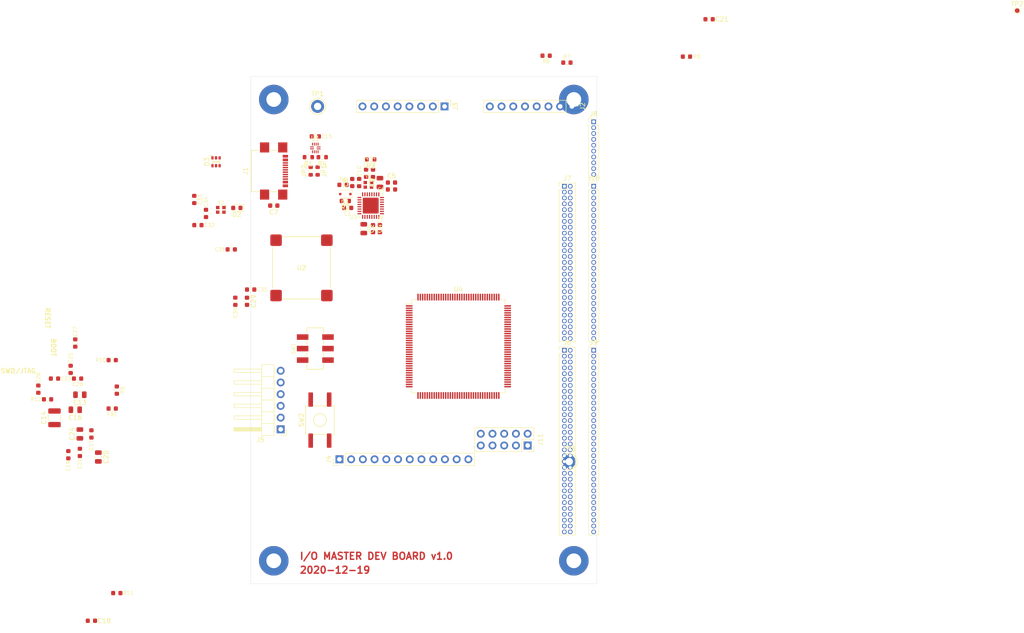
<source format=kicad_pcb>
(kicad_pcb (version 20171130) (host pcbnew 5.1.8)
  (title_block (title "I/O MASTER v1") (date 2020-02-13) (rev A) (company "THE UNIVERSITY OF AKRON") (comment 1 "DT18 - I/O MASTER"))
  (layers (0 F.Cu mixed) (31 B.Cu mixed) (35 F.Paste user hide) (37 F.SilkS user) (38 B.Mask user hide) (39 F.Mask user hide) (44 Edge.Cuts user))
  (net 0 "")
  (net 1 GND)
  (net 2 /Microcontroller/VCAP)
  (net 3 "Net-(D1-Pad1)")
  (net 4 /Microcontroller/VDDA)
  (net 5 /Microcontroller/TMS_SWDIO)
  (net 6 /Microcontroller/TCK_SWDCLK)
  (net 7 /Microcontroller/TDO_SWO)
  (net 8 /Microcontroller/TDI)
  (net 9 "Net-(R1-Pad1)")
  (net 10 /Microcontroller/STATUS_R)
  (net 11 /Microcontroller/STATUS_G)
  (net 12 /Microcontroller/STATUS_B)
  (net 13 /Microcontroller/IO_5_IN)
  (net 14 /Microcontroller/IO_6_IN)
  (net 15 /Microcontroller/IO_7_IN)
  (net 16 /Microcontroller/IO_8_IN)
  (net 17 /Microcontroller/IO_8_OUT)
  (net 18 /Microcontroller/IO_5_OUT)
  (net 19 /Microcontroller/IO_6_OUT)
  (net 20 /Microcontroller/IO_7_OUT)
  (net 21 /Microcontroller/~IO_5_TRIS)
  (net 22 /Microcontroller/~IO_6_TRIS)
  (net 23 /Microcontroller/~IO_7_TRIS)
  (net 24 /Microcontroller/~IO_8_TRIS)
  (net 25 /Microcontroller/ULPI_STP)
  (net 26 /Microcontroller/ULPI_DIR)
  (net 27 /Microcontroller/ULPI_NXT)
  (net 28 /Microcontroller/ULPI_D0)
  (net 29 /Microcontroller/ULPI_D1)
  (net 30 /Microcontroller/ULPI_D2)
  (net 31 /Microcontroller/ULPI_D3)
  (net 32 /Microcontroller/ULPI_D4)
  (net 33 /Microcontroller/ULPI_D5)
  (net 34 /Microcontroller/ULPI_D6)
  (net 35 /Microcontroller/ULPI_D7)
  (net 36 +3V3)
  (net 37 /VDD1.8)
  (net 38 /VDDA1.8)
  (net 39 "Net-(C11-Pad1)")
  (net 40 "Net-(C12-Pad1)")
  (net 41 VBUS)
  (net 42 "Net-(C33-Pad1)")
  (net 43 "Net-(C34-Pad1)")
  (net 44 /Microcontroller/~RESET)
  (net 45 "Net-(D2-Pad1)")
  (net 46 "Net-(D3-Pad2)")
  (net 47 "Net-(D3-Pad4)")
  (net 48 "Net-(D3-Pad6)")
  (net 49 "Net-(J1-PadA5)")
  (net 50 /USB_D-)
  (net 51 /USB_D+)
  (net 52 "Net-(J1-PadB5)")
  (net 53 /Microcontroller/PG15)
  (net 54 /Microcontroller/PG14)
  (net 55 /Microcontroller/PG13)
  (net 56 /Microcontroller/PG12)
  (net 57 /Microcontroller/PG11)
  (net 58 /Microcontroller/PG10)
  (net 59 /Microcontroller/PG9)
  (net 60 /Microcontroller/PG8)
  (net 61 /Microcontroller/PE0)
  (net 62 /Microcontroller/PE1)
  (net 63 /Microcontroller/PE2)
  (net 64 /Microcontroller/PE3)
  (net 65 /Microcontroller/PE4)
  (net 66 /Microcontroller/PE5)
  (net 67 /Microcontroller/PE6)
  (net 68 /Microcontroller/PE7)
  (net 69 /Microcontroller/PF4)
  (net 70 /Microcontroller/PF5)
  (net 71 /Microcontroller/PF6)
  (net 72 /Microcontroller/PF7)
  (net 73 /Microcontroller/PF8)
  (net 74 /Microcontroller/PF9)
  (net 75 /Microcontroller/PF10)
  (net 76 /Microcontroller/PF11)
  (net 77 /Microcontroller/PF12)
  (net 78 /Microcontroller/PF13)
  (net 79 /Microcontroller/PF14)
  (net 80 /Microcontroller/PF15)
  (net 81 /UART_RXI)
  (net 82 /UART_TXO)
  (net 83 /Microcontroller/IO_1_OUT)
  (net 84 /Microcontroller/IO_1_CLK)
  (net 85 /Microcontroller/~IO_1_TRIS)
  (net 86 /Microcontroller/IO_1_IN)
  (net 87 /Microcontroller/IO_2_OUT)
  (net 88 /Microcontroller/IO_2_CLK)
  (net 89 /Microcontroller/~IO_2_TRIS)
  (net 90 /Microcontroller/IO_2_IN)
  (net 91 /Microcontroller/IO_3_OUT)
  (net 92 /Microcontroller/IO_3_CLK)
  (net 93 /Microcontroller/~IO_3_TRIS)
  (net 94 /Microcontroller/IO_3_IN)
  (net 95 /Microcontroller/IO_4_OUT)
  (net 96 /Microcontroller/IO_4_CLK)
  (net 97 /Microcontroller/~IO_4_TRIS)
  (net 98 /Microcontroller/IO_4_IN)
  (net 99 /Microcontroller/IO_5_CLK)
  (net 100 /Microcontroller/IO_6_CLK)
  (net 101 /Microcontroller/IO_7_CLK)
  (net 102 /Microcontroller/IO_8_CLK)
  (net 103 "Net-(J6-Pad34)")
  (net 104 "Net-(J6-Pad36)")
  (net 105 "Net-(J6-Pad38)")
  (net 106 "Net-(J6-Pad40)")
  (net 107 "Net-(J6-Pad42)")
  (net 108 "Net-(J6-Pad44)")
  (net 109 "Net-(J6-Pad46)")
  (net 110 "Net-(J6-Pad48)")
  (net 111 "Net-(J6-Pad50)")
  (net 112 "Net-(J6-Pad52)")
  (net 113 "Net-(J6-Pad54)")
  (net 114 "Net-(J6-Pad56)")
  (net 115 "Net-(J6-Pad58)")
  (net 116 "Net-(J6-Pad60)")
  (net 117 "Net-(J6-Pad62)")
  (net 118 "Net-(J6-Pad64)")
  (net 119 /Microcontroller/GPIO_PA4)
  (net 120 /Microcontroller/GPIO_PA6)
  (net 121 /Microcontroller/GPIO_PA11)
  (net 122 /Microcontroller/GPIO_PA12)
  (net 123 /Microcontroller/GPIO_PB2)
  (net 124 /Microcontroller/GPIO_PB6)
  (net 125 /Microcontroller/GPIO_PB14)
  (net 126 /Microcontroller/GPIO_PB15)
  (net 127 /Microcontroller/GPIO_PC1)
  (net 128 /Microcontroller/GPIO_PC4)
  (net 129 /Microcontroller/GPIO_PC5)
  (net 130 /Microcontroller/GPIO_PC7)
  (net 131 /Microcontroller/GPIO_PC8)
  (net 132 /Microcontroller/GPIO_PC10)
  (net 133 /Microcontroller/GPIO_PC11)
  (net 134 /Microcontroller/GPIO_PC12)
  (net 135 /Microcontroller/GPIO_PC13)
  (net 136 /Microcontroller/GPIO_PC14)
  (net 137 /Microcontroller/GPIO_PC15)
  (net 138 /Microcontroller/GPIO_PG0)
  (net 139 /Microcontroller/GPIO_PG1)
  (net 140 /Microcontroller/GPIO_PG2)
  (net 141 /Microcontroller/GPIO_PG3)
  (net 142 /Microcontroller/GPIO_PG4)
  (net 143 /Microcontroller/GPIO_PG5)
  (net 144 /Microcontroller/GPIO_PG6)
  (net 145 /Microcontroller/GPIO_PG7)
  (net 146 "Net-(J10-Pad27)")
  (net 147 "Net-(J10-Pad26)")
  (net 148 "Net-(J10-Pad25)")
  (net 149 "Net-(J10-Pad24)")
  (net 150 "Net-(J10-Pad23)")
  (net 151 "Net-(J10-Pad22)")
  (net 152 "Net-(J10-Pad21)")
  (net 153 "Net-(J10-Pad20)")
  (net 154 "Net-(J10-Pad19)")
  (net 155 "Net-(J10-Pad18)")
  (net 156 "Net-(J10-Pad17)")
  (net 157 "Net-(J10-Pad16)")
  (net 158 "Net-(J10-Pad15)")
  (net 159 "Net-(J10-Pad14)")
  (net 160 "Net-(J10-Pad13)")
  (net 161 "Net-(J10-Pad12)")
  (net 162 "Net-(J10-Pad11)")
  (net 163 "Net-(J10-Pad10)")
  (net 164 "Net-(J10-Pad9)")
  (net 165 "Net-(J10-Pad8)")
  (net 166 "Net-(J10-Pad7)")
  (net 167 "Net-(J10-Pad6)")
  (net 168 "Net-(J10-Pad5)")
  (net 169 "Net-(J10-Pad4)")
  (net 170 "Net-(J10-Pad3)")
  (net 171 "Net-(J10-Pad2)")
  (net 172 "Net-(J10-Pad1)")
  (net 173 /I2C_SDA)
  (net 174 /I2C_SCL)
  (net 175 "Net-(JP1-Pad1)")
  (net 176 /Microcontroller/~INT_USBC)
  (net 177 "Net-(R5-Pad1)")
  (net 178 "Net-(R7-Pad2)")
  (net 179 "Net-(R7-Pad1)")
  (net 180 /Microcontroller/ULPI_RESET)
  (net 181 /Microcontroller/ULPI_CLK)
  (net 182 "Net-(C7-Pad2)")
  (net 183 "Net-(J6-Pad2)")
  (net 184 "Net-(J6-Pad4)")
  (net 185 "Net-(J6-Pad6)")
  (net 186 "Net-(J6-Pad8)")
  (net 187 "Net-(J6-Pad10)")
  (net 188 "Net-(J6-Pad12)")
  (net 189 "Net-(J6-Pad14)")
  (net 190 "Net-(J6-Pad16)")
  (net 191 "Net-(J6-Pad18)")
  (net 192 "Net-(J6-Pad20)")
  (net 193 "Net-(J6-Pad22)")
  (net 194 "Net-(J6-Pad24)")
  (net 195 "Net-(J6-Pad26)")
  (net 196 "Net-(J6-Pad28)")
  (net 197 "Net-(J6-Pad30)")
  (net 198 "Net-(J6-Pad32)")
  (module io-master-dev-board:USB_C_Receptable_GCT_USB4110 (layer F.Cu) (at 34 50.5 270)
    (fp_text reference J1 (at 0 5.08 90) (layer F.SilkS))
    (fp_text value USB4110-GF-A)
    (pad S1 smd rect (at -5.11 -2.94 270) (size 2.18 2) (layers F.Cu F.Paste F.Mask) (net 182 "Net-(C7-Pad2)"))
    (pad S1 smd rect (at 5.11 -2.94 270) (size 2.18 2) (layers F.Cu F.Paste F.Mask) (net 182 "Net-(C7-Pad2)"))
    (pad S1 smd rect (at -5.11 0.99 270) (size 2.18 2) (layers F.Cu F.Paste F.Mask) (net 182 "Net-(C7-Pad2)"))
    (pad S1 smd rect (at 5.11 0.99 270) (size 2.18 2) (layers F.Cu F.Paste F.Mask) (net 182 "Net-(C7-Pad2)"))
    (pad "" np_thru_hole circle (at -2.89 -2.44 270) (size 0.65 0.65) (drill 0.65) (layers *.Cu *.Mask))
    (pad "" np_thru_hole circle (at 2.89 -2.44 270) (size 0.65 0.65) (drill 0.65) (layers *.Cu *.Mask))
    (pad A1 smd rect (at -3.2 -3.515 270) (size 0.6 1.15) (layers F.Cu F.Paste F.Mask) (net 1 GND))
    (pad A4 smd rect (at -2.4 -3.515 270) (size 0.6 1.15) (layers F.Cu F.Paste F.Mask) (net 41 VBUS))
    (pad B4 smd rect (at 2.4 -3.515 270) (size 0.6 1.15) (layers F.Cu F.Paste F.Mask) (net 41 VBUS))
    (pad B1 smd rect (at 3.2 -3.515 270) (size 0.6 1.15) (layers F.Cu F.Paste F.Mask) (net 1 GND))
    (pad B8 smd rect (at -1.75 -3.515 270) (size 0.3 1.15) (layers F.Cu F.Paste F.Mask))
    (pad A5 smd rect (at -1.25 -3.515 270) (size 0.3 1.15) (layers F.Cu F.Paste F.Mask) (net 49 "Net-(J1-PadA5)"))
    (pad B7 smd rect (at -0.75 -3.515 270) (size 0.3 1.15) (layers F.Cu F.Paste F.Mask) (net 50 /USB_D-))
    (pad A6 smd rect (at -0.25 -3.515 270) (size 0.3 1.15) (layers F.Cu F.Paste F.Mask) (net 51 /USB_D+))
    (pad A7 smd rect (at 0.25 -3.515 270) (size 0.3 1.15) (layers F.Cu F.Paste F.Mask) (net 50 /USB_D-))
    (pad B6 smd rect (at 0.75 -3.515 270) (size 0.3 1.15) (layers F.Cu F.Paste F.Mask) (net 51 /USB_D+))
    (pad A8 smd rect (at 1.25 -3.515 270) (size 0.3 1.15) (layers F.Cu F.Paste F.Mask))
    (pad B5 smd rect (at 1.75 -3.515 270) (size 0.3 1.15) (layers F.Cu F.Paste F.Mask) (net 52 "Net-(J1-PadB5)"))
  )
  (module TestPoint:TestPoint_Keystone_5010-5014_Multipurpose (layer F.Cu) (at 99 113.5)
    (fp_text reference TP3 (at 0 -2.75) (layer F.SilkS))
    (fp_text value GND)
    (pad 1 thru_hole circle (at 0 0) (size 2.8 2.8) (drill 1.6) (layers *.Cu *.Mask) (net 1 GND))
  )
  (module Resistor_SMD:R_0603_1608Metric (layer F.Cu) (at 98.5 27 180)
    (fp_text reference R7 (at 0 1.25) (layer F.SilkS) (effects (font (size 0.8 0.8) (thickness 0.1))))
    (fp_text value 10K)
    (pad 2 smd roundrect (at 0.7875 0 180) (size 0.875 0.95) (layers F.Cu F.Paste F.Mask) (net 178 "Net-(R7-Pad2)"))
    (pad 1 smd roundrect (at -0.7875 0 180) (size 0.875 0.95) (layers F.Cu F.Paste F.Mask) (net 179 "Net-(R7-Pad1)"))
  )
  (module Capacitor_SMD:C_0603_1608Metric (layer F.Cu) (at -4.5 148 180)
    (fp_text reference C18 (at -2.75 0) (layer F.SilkS))
    (fp_text value 1u)
    (pad 2 smd roundrect (at 0.7875 0 180) (size 0.875 0.95) (layers F.Cu F.Paste F.Mask) (net 1 GND))
    (pad 1 smd roundrect (at -0.7875 0 180) (size 0.875 0.95) (layers F.Cu F.Paste F.Mask) (net 36 +3V3))
  )
  (module Capacitor_SMD:C_0603_1608Metric (layer F.Cu) (at 51 58.5 180)
    (fp_text reference C1 (at 0 -1.25) (layer F.SilkS) (effects (font (size 0.8 0.8) (thickness 0.1))))
    (fp_text value 0.1u)
    (pad 1 smd roundrect (at -0.7875 0 180) (size 0.875 0.95) (layers F.Cu F.Paste F.Mask) (net 36 +3V3))
    (pad 2 smd roundrect (at 0.7875 0 180) (size 0.875 0.95) (layers F.Cu F.Paste F.Mask) (net 1 GND))
  )
  (module Capacitor_SMD:C_0603_1608Metric (layer F.Cu) (at 58 63 270)
    (fp_text reference C3 (at -2 0 90) (layer F.SilkS) (effects (font (size 0.8 0.8) (thickness 0.1))))
    (fp_text value 0.1u)
    (pad 2 smd roundrect (at 0.7875 0 270) (size 0.875 0.95) (layers F.Cu F.Paste F.Mask) (net 1 GND))
    (pad 1 smd roundrect (at -0.7875 0 270) (size 0.875 0.95) (layers F.Cu F.Paste F.Mask) (net 36 +3V3))
  )
  (module Capacitor_SMD:C_0603_1608Metric (layer F.Cu) (at 60.5 54.5)
    (fp_text reference C6 (at -2.25 0) (layer F.SilkS) (effects (font (size 0.8 0.8) (thickness 0.1))))
    (fp_text value 0.1u)
    (pad 1 smd roundrect (at -0.7875 0) (size 0.875 0.95) (layers F.Cu F.Paste F.Mask) (net 36 +3V3))
    (pad 2 smd roundrect (at 0.7875 0) (size 0.875 0.95) (layers F.Cu F.Paste F.Mask) (net 1 GND))
  )
  (module Capacitor_SMD:C_0603_1608Metric (layer F.Cu) (at 53.5 53 90)
    (fp_text reference C10 (at 2.4625 0 90) (layer F.SilkS) (effects (font (size 0.8 0.8) (thickness 0.1))))
    (fp_text value 0.1u)
    (pad 1 smd roundrect (at -0.7875 0 90) (size 0.875 0.95) (layers F.Cu F.Paste F.Mask) (net 38 /VDDA1.8))
    (pad 2 smd roundrect (at 0.7875 0 90) (size 0.875 0.95) (layers F.Cu F.Paste F.Mask) (net 1 GND))
  )
  (module Capacitor_SMD:C_0603_1608Metric (layer F.Cu) (at 56.5 51 90)
    (fp_text reference C11 (at 2.4625 0 90) (layer F.SilkS) (effects (font (size 0.8 0.8) (thickness 0.1))))
    (fp_text value 20p)
    (pad 2 smd roundrect (at 0.7875 0 90) (size 0.875 0.95) (layers F.Cu F.Paste F.Mask) (net 1 GND))
    (pad 1 smd roundrect (at -0.7875 0 90) (size 0.875 0.95) (layers F.Cu F.Paste F.Mask) (net 39 "Net-(C11-Pad1)"))
  )
  (module Capacitor_SMD:C_0603_1608Metric (layer F.Cu) (at 55 51 90)
    (fp_text reference C12 (at 2.4625 0 90) (layer F.SilkS) (effects (font (size 0.8 0.8) (thickness 0.1))))
    (fp_text value 20p)
    (pad 1 smd roundrect (at -0.7875 0 90) (size 0.875 0.95) (layers F.Cu F.Paste F.Mask) (net 40 "Net-(C12-Pad1)"))
    (pad 2 smd roundrect (at 0.7875 0 90) (size 0.875 0.95) (layers F.Cu F.Paste F.Mask) (net 1 GND))
  )
  (module Capacitor_SMD:C_0603_1608Metric (layer F.Cu) (at 44 43)
    (fp_text reference C15 (at 2.4625 0) (layer F.SilkS) (effects (font (size 0.8 0.8) (thickness 0.1))))
    (fp_text value 0.1u)
    (pad 1 smd roundrect (at -0.7875 0) (size 0.875 0.95) (layers F.Cu F.Paste F.Mask) (net 36 +3V3))
    (pad 2 smd roundrect (at 0.7875 0) (size 0.875 0.95) (layers F.Cu F.Paste F.Mask) (net 1 GND))
  )
  (module Capacitor_SMD:C_0603_1608Metric (layer F.Cu) (at -4.5 107.5 270)
    (fp_text reference C17 (at 2.4625 0 90) (layer F.SilkS) (effects (font (size 0.8 0.8) (thickness 0.1))))
    (fp_text value 0.1u)
    (pad 1 smd roundrect (at -0.7875 0 270) (size 0.875 0.95) (layers F.Cu F.Paste F.Mask) (net 36 +3V3))
    (pad 2 smd roundrect (at 0.7875 0 270) (size 0.875 0.95) (layers F.Cu F.Paste F.Mask) (net 1 GND))
  )
  (module Capacitor_SMD:C_0603_1608Metric (layer F.Cu) (at -9.5 112 270)
    (fp_text reference C19 (at 2.4625 0 90) (layer F.SilkS) (effects (font (size 0.8 0.8) (thickness 0.1))))
    (fp_text value 1u)
    (pad 1 smd roundrect (at -0.7875 0 270) (size 0.875 0.95) (layers F.Cu F.Paste F.Mask) (net 36 +3V3))
    (pad 2 smd roundrect (at 0.7875 0 270) (size 0.875 0.95) (layers F.Cu F.Paste F.Mask) (net 1 GND))
  )
  (module Capacitor_SMD:C_0603_1608Metric (layer F.Cu) (at -7 111.5 270)
    (fp_text reference C22 (at 2.4625 0 90) (layer F.SilkS) (effects (font (size 0.8 0.8) (thickness 0.1))))
    (fp_text value 0.1u)
    (pad 2 smd roundrect (at 0.7875 0 270) (size 0.875 0.95) (layers F.Cu F.Paste F.Mask) (net 1 GND))
    (pad 1 smd roundrect (at -0.7875 0 270) (size 0.875 0.95) (layers F.Cu F.Paste F.Mask) (net 36 +3V3))
  )
  (module Capacitor_SMD:C_0603_1608Metric (layer F.Cu) (at -12.5 95.5)
    (fp_text reference C23 (at 2.4625 0) (layer F.SilkS) (effects (font (size 0.8 0.8) (thickness 0.1))))
    (fp_text value 0.1u)
    (pad 1 smd roundrect (at -0.7875 0) (size 0.875 0.95) (layers F.Cu F.Paste F.Mask) (net 36 +3V3))
    (pad 2 smd roundrect (at 0.7875 0) (size 0.875 0.95) (layers F.Cu F.Paste F.Mask) (net 1 GND))
  )
  (module Capacitor_SMD:C_0603_1608Metric (layer F.Cu) (at -9 93.5 90)
    (fp_text reference C25 (at 2.4625 0 90) (layer F.SilkS) (effects (font (size 0.8 0.8) (thickness 0.1))))
    (fp_text value 0.1u)
    (pad 2 smd roundrect (at 0.7875 0 90) (size 0.875 0.95) (layers F.Cu F.Paste F.Mask) (net 1 GND))
    (pad 1 smd roundrect (at -0.7875 0 90) (size 0.875 0.95) (layers F.Cu F.Paste F.Mask) (net 36 +3V3))
  )
  (module Capacitor_SMD:C_0603_1608Metric (layer F.Cu) (at -16 97.7875 90)
    (fp_text reference C26 (at 2.4625 0 90) (layer F.SilkS) (effects (font (size 0.8 0.8) (thickness 0.1))))
    (fp_text value 0.1u)
    (pad 2 smd roundrect (at 0.7875 0 90) (size 0.875 0.95) (layers F.Cu F.Paste F.Mask) (net 1 GND))
    (pad 1 smd roundrect (at -0.7875 0 90) (size 0.875 0.95) (layers F.Cu F.Paste F.Mask) (net 36 +3V3))
  )
  (module Capacitor_SMD:C_0603_1608Metric (layer F.Cu) (at -8 87.7875 90)
    (fp_text reference C27 (at 2.4625 0 90) (layer F.SilkS) (effects (font (size 0.8 0.8) (thickness 0.1))))
    (fp_text value 0.1u)
    (pad 2 smd roundrect (at 0.7875 0 90) (size 0.875 0.95) (layers F.Cu F.Paste F.Mask) (net 1 GND))
    (pad 1 smd roundrect (at -0.7875 0 90) (size 0.875 0.95) (layers F.Cu F.Paste F.Mask) (net 36 +3V3))
  )
  (module Capacitor_SMD:C_0603_1608Metric (layer F.Cu) (at -7.5 95.5 180)
    (fp_text reference C28 (at 0 -1.25) (layer F.SilkS) (effects (font (size 0.8 0.8) (thickness 0.1))))
    (fp_text value 0.1u)
    (pad 2 smd roundrect (at 0.7875 0 180) (size 0.875 0.95) (layers F.Cu F.Paste F.Mask) (net 1 GND))
    (pad 1 smd roundrect (at -0.7875 0 180) (size 0.875 0.95) (layers F.Cu F.Paste F.Mask) (net 36 +3V3))
  )
  (module Capacitor_SMD:C_0603_1608Metric (layer F.Cu) (at 26.67 78.74 270)
    (fp_text reference C30 (at 2.5 0 90) (layer F.SilkS) (effects (font (size 0.8 0.8) (thickness 0.1))))
    (fp_text value 0.1u)
    (pad 2 smd roundrect (at 0.7875 0 270) (size 0.875 0.95) (layers F.Cu F.Paste F.Mask) (net 1 GND))
    (pad 1 smd roundrect (at -0.7875 0 270) (size 0.875 0.95) (layers F.Cu F.Paste F.Mask) (net 36 +3V3))
  )
  (module Capacitor_SMD:C_0603_1608Metric (layer F.Cu) (at 25.7875 67.5 180)
    (fp_text reference C31 (at 2.4 0) (layer F.SilkS) (effects (font (size 0.8 0.8) (thickness 0.1))))
    (fp_text value 0.1u)
    (pad 1 smd roundrect (at -0.7875 0 180) (size 0.875 0.95) (layers F.Cu F.Paste F.Mask) (net 36 +3V3))
    (pad 2 smd roundrect (at 0.7875 0 180) (size 0.875 0.95) (layers F.Cu F.Paste F.Mask) (net 1 GND))
  )
  (module Capacitor_SMD:C_0603_1608Metric (layer F.Cu) (at 18.5675 62.23)
    (fp_text reference C32 (at 2.5 0) (layer F.SilkS) (effects (font (size 0.8 0.8) (thickness 0.1))))
    (fp_text value 0.1u)
    (pad 1 smd roundrect (at -0.7875 0) (size 0.875 0.95) (layers F.Cu F.Paste F.Mask) (net 36 +3V3))
    (pad 2 smd roundrect (at 0.7875 0) (size 0.875 0.95) (layers F.Cu F.Paste F.Mask) (net 1 GND))
  )
  (module Capacitor_SMD:C_0603_1608Metric (layer F.Cu) (at 17.78 56.6675 270)
    (fp_text reference C33 (at 0 -1.25 90) (layer F.SilkS) (effects (font (size 0.8 0.8) (thickness 0.1))))
    (fp_text value 20p)
    (pad 1 smd roundrect (at -0.7875 0 270) (size 0.875 0.95) (layers F.Cu F.Paste F.Mask) (net 42 "Net-(C33-Pad1)"))
    (pad 2 smd roundrect (at 0.7875 0 270) (size 0.875 0.95) (layers F.Cu F.Paste F.Mask) (net 1 GND))
  )
  (module Capacitor_SMD:C_0603_1608Metric (layer F.Cu) (at 20.32 59.69 90)
    (fp_text reference C34 (at 2.5 0 90) (layer F.SilkS) (effects (font (size 0.8 0.8) (thickness 0.1))))
    (fp_text value 20p)
    (pad 1 smd roundrect (at -0.7875 0 90) (size 0.875 0.95) (layers F.Cu F.Paste F.Mask) (net 43 "Net-(C34-Pad1)"))
    (pad 2 smd roundrect (at 0.7875 0 90) (size 0.875 0.95) (layers F.Cu F.Paste F.Mask) (net 1 GND))
  )
  (module Capacitor_SMD:C_0603_1608Metric (layer F.Cu) (at 29.9975 76.2)
    (fp_text reference C35 (at 2.5 0) (layer F.SilkS) (effects (font (size 0.8 0.8) (thickness 0.1))))
    (fp_text value 0.1u)
    (pad 2 smd roundrect (at 0.7875 0) (size 0.875 0.95) (layers F.Cu F.Paste F.Mask) (net 1 GND))
    (pad 1 smd roundrect (at -0.7875 0) (size 0.875 0.95) (layers F.Cu F.Paste F.Mask) (net 44 /Microcontroller/~RESET))
  )
  (module Resistor_SMD:R_0603_1608Metric (layer F.Cu) (at 0 102)
    (fp_text reference FB1 (at 0 1.25) (layer F.SilkS) (effects (font (size 0.8 0.8) (thickness 0.1))))
    (fp_text value MZ1608-102Y)
    (pad 1 smd roundrect (at -0.7875 0) (size 0.875 0.95) (layers F.Cu F.Paste F.Mask) (net 36 +3V3))
    (pad 2 smd roundrect (at 0.7875 0) (size 0.875 0.95) (layers F.Cu F.Paste F.Mask) (net 4 /Microcontroller/VDDA))
  )
  (module MountingHole:MountingHole_3.2mm_M3_Pad (layer F.Cu) (at 35 35)
    (fp_text reference H1 hide)
    (fp_text value M3 hide)
    (pad 1 thru_hole circle (at 0 0) (size 6.4 6.4) (drill 3.2) (layers *.Cu *.Mask) (net 1 GND))
  )
  (module MountingHole:MountingHole_3.2mm_M3_Pad (layer F.Cu) (at 100 35)
    (fp_text reference H2 hide)
    (fp_text value M3 hide)
    (pad 1 thru_hole circle (at 0 0) (size 6.4 6.4) (drill 3.2) (layers *.Cu *.Mask) (net 1 GND))
  )
  (module MountingHole:MountingHole_3.2mm_M3_Pad (layer F.Cu) (at 35 135)
    (fp_text reference H3 hide)
    (fp_text value M3 hide)
    (pad 1 thru_hole circle (at 0 0) (size 6.4 6.4) (drill 3.2) (layers *.Cu *.Mask) (net 1 GND))
  )
  (module MountingHole:MountingHole_3.2mm_M3_Pad (layer F.Cu) (at 100 135)
    (fp_text reference H4 hide)
    (fp_text value M3 hide)
    (pad 1 thru_hole circle (at 0 0) (size 6.4 6.4) (drill 3.2) (layers *.Cu *.Mask) (net 1 GND))
  )
  (module Resistor_SMD:R_0603_1608Metric (layer F.Cu) (at 50 53.5 180)
    (fp_text reference R5 (at 0 1.25) (layer F.SilkS) (effects (font (size 0.8 0.8) (thickness 0.1))))
    (fp_text value 12K)
    (pad 2 smd roundrect (at 0.7875 0 180) (size 0.875 0.95) (layers F.Cu F.Paste F.Mask) (net 1 GND))
    (pad 1 smd roundrect (at -0.7875 0 180) (size 0.875 0.95) (layers F.Cu F.Paste F.Mask) (net 177 "Net-(R5-Pad1)"))
  )
  (module Resistor_SMD:R_0603_1608Metric (layer F.Cu) (at 94 25.5 180)
    (fp_text reference R6 (at 0 -1.25) (layer F.SilkS) (effects (font (size 0.8 0.8) (thickness 0.1))))
    (fp_text value 1K)
    (pad 1 smd roundrect (at -0.7875 0 180) (size 0.875 0.95) (layers F.Cu F.Paste F.Mask) (net 45 "Net-(D2-Pad1)"))
    (pad 2 smd roundrect (at 0.7875 0 180) (size 0.875 0.95) (layers F.Cu F.Paste F.Mask) (net 1 GND))
  )
  (module Resistor_SMD:R_0603_1608Metric (layer F.Cu) (at 124.4 25.7 180)
    (fp_text reference R8 (at -2.25 0) (layer F.SilkS) (effects (font (size 0.8 0.8) (thickness 0.1))))
    (fp_text value 4.7K)
    (pad 1 smd roundrect (at -0.7875 0 180) (size 0.875 0.95) (layers F.Cu F.Paste F.Mask) (net 36 +3V3))
    (pad 2 smd roundrect (at 0.7875 0 180) (size 0.875 0.95) (layers F.Cu F.Paste F.Mask) (net 174 /I2C_SCL))
  )
  (module Resistor_SMD:R_0603_1608Metric (layer F.Cu) (at 1 98 270)
    (fp_text reference R9 (at 0 -1.25 90) (layer F.SilkS) (effects (font (size 0.8 0.8) (thickness 0.1))))
    (fp_text value 4.7K hide)
    (pad 1 smd roundrect (at -0.7875 0 270) (size 0.875 0.95) (layers F.Cu F.Paste F.Mask) (net 36 +3V3))
    (pad 2 smd roundrect (at 0.7875 0 270) (size 0.875 0.95) (layers F.Cu F.Paste F.Mask) (net 173 /I2C_SDA))
  )
  (module Resistor_SMD:R_0603_1608Metric (layer F.Cu) (at 0 91.5 180)
    (fp_text reference R10 (at 2.5 0) (layer F.SilkS) (effects (font (size 0.8 0.8) (thickness 0.1))))
    (fp_text value 330)
    (pad 2 smd roundrect (at 0.7875 0 180) (size 0.875 0.95) (layers F.Cu F.Paste F.Mask) (net 47 "Net-(D3-Pad4)"))
    (pad 1 smd roundrect (at -0.7875 0 180) (size 0.875 0.95) (layers F.Cu F.Paste F.Mask) (net 10 /Microcontroller/STATUS_R))
  )
  (module Resistor_SMD:R_0603_1608Metric (layer F.Cu) (at 1 142)
    (fp_text reference R11 (at 2.5 0) (layer F.SilkS) (effects (font (size 0.8 0.8) (thickness 0.1))))
    (fp_text value 330)
    (pad 1 smd roundrect (at -0.7875 0) (size 0.875 0.95) (layers F.Cu F.Paste F.Mask) (net 11 /Microcontroller/STATUS_G))
    (pad 2 smd roundrect (at 0.7875 0) (size 0.875 0.95) (layers F.Cu F.Paste F.Mask) (net 46 "Net-(D3-Pad2)"))
  )
  (module Resistor_SMD:R_0603_1608Metric (layer F.Cu) (at -14 100 180)
    (fp_text reference R12 (at 2.5 0) (layer F.SilkS) (effects (font (size 0.8 0.8) (thickness 0.1))))
    (fp_text value 330)
    (pad 1 smd roundrect (at -0.7875 0 180) (size 0.875 0.95) (layers F.Cu F.Paste F.Mask) (net 12 /Microcontroller/STATUS_B))
    (pad 2 smd roundrect (at 0.7875 0 180) (size 0.875 0.95) (layers F.Cu F.Paste F.Mask) (net 48 "Net-(D3-Pad6)"))
  )
  (module Package_DFN_QFN:QFN-32-1EP_5x5mm_P0.5mm_EP3.45x3.45mm (layer F.Cu) (at 56 58)
    (fp_text reference U3 (at -3.75 2.5) (layer F.SilkS) (effects (font (size 0.8 0.8) (thickness 0.1))))
    (fp_text value USB3300-EZK)
    (pad 33 smd roundrect (at 0 0) (size 3.45 3.45) (layers F.Cu F.Mask) (roundrect_rratio 0.072464) (net 1 GND))
    (pad 1 smd roundrect (at -2.4375 -1.75) (size 0.875 0.25) (layers F.Cu F.Paste F.Mask) (net 1 GND))
    (pad 2 smd roundrect (at -2.4375 -1.25) (size 0.875 0.25) (layers F.Cu F.Paste F.Mask) (net 1 GND))
    (pad 3 smd roundrect (at -2.4375 -0.75) (size 0.875 0.25) (layers F.Cu F.Paste F.Mask))
    (pad 4 smd roundrect (at -2.4375 -0.25) (size 0.875 0.25) (layers F.Cu F.Paste F.Mask) (net 3 "Net-(D1-Pad1)"))
    (pad 5 smd roundrect (at -2.4375 0.25) (size 0.875 0.25) (layers F.Cu F.Paste F.Mask))
    (pad 6 smd roundrect (at -2.4375 0.75) (size 0.875 0.25) (layers F.Cu F.Paste F.Mask) (net 36 +3V3))
    (pad 7 smd roundrect (at -2.4375 1.25) (size 0.875 0.25) (layers F.Cu F.Paste F.Mask) (net 51 /USB_D+))
    (pad 8 smd roundrect (at -2.4375 1.75) (size 0.875 0.25) (layers F.Cu F.Paste F.Mask) (net 50 /USB_D-))
    (pad 9 smd roundrect (at -1.75 2.4375) (size 0.25 0.875) (layers F.Cu F.Paste F.Mask) (net 180 /Microcontroller/ULPI_RESET))
    (pad 10 smd roundrect (at -1.25 2.4375) (size 0.25 0.875) (layers F.Cu F.Paste F.Mask))
    (pad 11 smd roundrect (at -0.75 2.4375) (size 0.25 0.875) (layers F.Cu F.Paste F.Mask) (net 27 /Microcontroller/ULPI_NXT))
    (pad 12 smd roundrect (at -0.25 2.4375) (size 0.25 0.875) (layers F.Cu F.Paste F.Mask) (net 26 /Microcontroller/ULPI_DIR))
    (pad 13 smd roundrect (at 0.25 2.4375) (size 0.25 0.875) (layers F.Cu F.Paste F.Mask) (net 25 /Microcontroller/ULPI_STP))
    (pad 14 smd roundrect (at 0.75 2.4375) (size 0.25 0.875) (layers F.Cu F.Paste F.Mask) (net 181 /Microcontroller/ULPI_CLK))
    (pad 15 smd roundrect (at 1.25 2.4375) (size 0.25 0.875) (layers F.Cu F.Paste F.Mask) (net 37 /VDD1.8))
    (pad 16 smd roundrect (at 1.75 2.4375) (size 0.25 0.875) (layers F.Cu F.Paste F.Mask) (net 36 +3V3))
    (pad 17 smd roundrect (at 2.4375 1.75) (size 0.875 0.25) (layers F.Cu F.Paste F.Mask) (net 35 /Microcontroller/ULPI_D7))
    (pad 18 smd roundrect (at 2.4375 1.25) (size 0.875 0.25) (layers F.Cu F.Paste F.Mask) (net 34 /Microcontroller/ULPI_D6))
    (pad 19 smd roundrect (at 2.4375 0.75) (size 0.875 0.25) (layers F.Cu F.Paste F.Mask) (net 33 /Microcontroller/ULPI_D5))
    (pad 20 smd roundrect (at 2.4375 0.25) (size 0.875 0.25) (layers F.Cu F.Paste F.Mask) (net 32 /Microcontroller/ULPI_D4))
    (pad 21 smd roundrect (at 2.4375 -0.25) (size 0.875 0.25) (layers F.Cu F.Paste F.Mask) (net 31 /Microcontroller/ULPI_D3))
    (pad 22 smd roundrect (at 2.4375 -0.75) (size 0.875 0.25) (layers F.Cu F.Paste F.Mask) (net 30 /Microcontroller/ULPI_D2))
    (pad 23 smd roundrect (at 2.4375 -1.25) (size 0.875 0.25) (layers F.Cu F.Paste F.Mask) (net 29 /Microcontroller/ULPI_D1))
    (pad 24 smd roundrect (at 2.4375 -1.75) (size 0.875 0.25) (layers F.Cu F.Paste F.Mask) (net 28 /Microcontroller/ULPI_D0))
    (pad 25 smd roundrect (at 1.75 -2.4375) (size 0.25 0.875) (layers F.Cu F.Paste F.Mask) (net 36 +3V3))
    (pad 26 smd roundrect (at 1.25 -2.4375) (size 0.25 0.875) (layers F.Cu F.Paste F.Mask) (net 37 /VDD1.8))
    (pad 27 smd roundrect (at 0.75 -2.4375) (size 0.25 0.875) (layers F.Cu F.Paste F.Mask) (net 39 "Net-(C11-Pad1)"))
    (pad 28 smd roundrect (at 0.25 -2.4375) (size 0.25 0.875) (layers F.Cu F.Paste F.Mask) (net 40 "Net-(C12-Pad1)"))
    (pad 29 smd roundrect (at -0.25 -2.4375) (size 0.25 0.875) (layers F.Cu F.Paste F.Mask) (net 38 /VDDA1.8))
    (pad 30 smd roundrect (at -0.75 -2.4375) (size 0.25 0.875) (layers F.Cu F.Paste F.Mask) (net 36 +3V3))
    (pad 31 smd roundrect (at -1.25 -2.4375) (size 0.25 0.875) (layers F.Cu F.Paste F.Mask) (net 36 +3V3))
    (pad 32 smd roundrect (at -1.75 -2.4375) (size 0.25 0.875) (layers F.Cu F.Paste F.Mask) (net 177 "Net-(R5-Pad1)"))
  )
  (module Capacitor_SMD:C_0603_1608Metric (layer F.Cu) (at 129.3 17.6 180)
    (fp_text reference C21 (at -2.75 0) (layer F.SilkS))
    (fp_text value 0.1u)
    (pad 1 smd roundrect (at -0.7875 0 180) (size 0.875 0.95) (layers F.Cu F.Paste F.Mask) (net 36 +3V3))
    (pad 2 smd roundrect (at 0.7875 0 180) (size 0.875 0.95) (layers F.Cu F.Paste F.Mask) (net 1 GND))
  )
  (module Capacitor_SMD:C_0805_2012Metric (layer F.Cu) (at 54.5 63 270)
    (fp_text reference C2 (at 0 -1.68 90) (layer F.SilkS))
    (fp_text value 4.7u)
    (pad 1 smd roundrect (at -0.95 0 270) (size 1 1.45) (layers F.Cu F.Paste F.Mask) (net 37 /VDD1.8))
    (pad 2 smd roundrect (at 0.95 0 270) (size 1 1.45) (layers F.Cu F.Paste F.Mask) (net 1 GND))
  )
  (module Capacitor_SMD:C_0603_1608Metric (layer F.Cu) (at 56.5 63 270)
    (fp_text reference C4 (at 0 -1.43 90) (layer F.SilkS))
    (fp_text value 0.1u)
    (pad 1 smd roundrect (at -0.775 0 270) (size 0.9 0.95) (layers F.Cu F.Paste F.Mask) (net 37 /VDD1.8))
    (pad 2 smd roundrect (at 0.775 0 270) (size 0.9 0.95) (layers F.Cu F.Paste F.Mask) (net 1 GND))
  )
  (module Capacitor_SMD:C_0603_1608Metric (layer F.Cu) (at 60.5 53)
    (fp_text reference C5 (at 0 -1.43) (layer F.SilkS))
    (fp_text value 0.1u)
    (pad 1 smd roundrect (at -0.775 0) (size 0.9 0.95) (layers F.Cu F.Paste F.Mask) (net 37 /VDD1.8))
    (pad 2 smd roundrect (at 0.775 0) (size 0.9 0.95) (layers F.Cu F.Paste F.Mask) (net 1 GND))
  )
  (module Capacitor_SMD:C_0603_1608Metric (layer F.Cu) (at 35 58 180)
    (fp_text reference C7 (at 0 -1.43) (layer F.SilkS))
    (fp_text value 0.1u)
    (pad 2 smd roundrect (at 0.775 0 180) (size 0.9 0.95) (layers F.Cu F.Paste F.Mask) (net 182 "Net-(C7-Pad2)"))
    (pad 1 smd roundrect (at -0.775 0 180) (size 0.9 0.95) (layers F.Cu F.Paste F.Mask) (net 1 GND))
  )
  (module Capacitor_SMD:C_0603_1608Metric (layer F.Cu) (at 52 53 90)
    (fp_text reference C8 (at 0 -1.43 90) (layer F.SilkS))
    (fp_text value 0.1u)
    (pad 2 smd roundrect (at 0.775 0 90) (size 0.9 0.95) (layers F.Cu F.Paste F.Mask) (net 1 GND))
    (pad 1 smd roundrect (at -0.775 0 90) (size 0.9 0.95) (layers F.Cu F.Paste F.Mask) (net 36 +3V3))
  )
  (module Capacitor_SMD:C_0805_2012Metric (layer F.Cu) (at 58 53 90)
    (fp_text reference C9 (at 0 -1.68 90) (layer F.SilkS))
    (fp_text value 4.7u)
    (pad 2 smd roundrect (at 0.95 0 90) (size 1 1.45) (layers F.Cu F.Paste F.Mask) (net 1 GND))
    (pad 1 smd roundrect (at -0.95 0 90) (size 1 1.45) (layers F.Cu F.Paste F.Mask) (net 38 /VDDA1.8))
  )
  (module Capacitor_SMD:C_0805_2012Metric (layer F.Cu) (at -7 99 180)
    (fp_text reference C13 (at 0 -1.68) (layer F.SilkS))
    (fp_text value 10u)
    (pad 2 smd roundrect (at 0.95 0 180) (size 1 1.45) (layers F.Cu F.Paste F.Mask) (net 1 GND))
    (pad 1 smd roundrect (at -0.95 0 180) (size 1 1.45) (layers F.Cu F.Paste F.Mask) (net 41 VBUS))
  )
  (module Capacitor_SMD:C_1210_3225Metric (layer F.Cu) (at -12.5 104 90)
    (fp_text reference C14 (at 0 -2.3 90) (layer F.SilkS))
    (fp_text value 22u)
    (pad 1 smd roundrect (at -1.475 0 90) (size 1.15 2.7) (layers F.Cu F.Paste F.Mask) (roundrect_rratio 0.217391) (net 36 +3V3))
    (pad 2 smd roundrect (at 1.475 0 90) (size 1.15 2.7) (layers F.Cu F.Paste F.Mask) (roundrect_rratio 0.217391) (net 1 GND))
  )
  (module Capacitor_SMD:C_0805_2012Metric (layer F.Cu) (at -8 102.25 180)
    (fp_text reference C16 (at 0 -1.68) (layer F.SilkS))
    (fp_text value 4.7u)
    (pad 2 smd roundrect (at 0.95 0 180) (size 1 1.45) (layers F.Cu F.Paste F.Mask) (net 1 GND))
    (pad 1 smd roundrect (at -0.95 0 180) (size 1 1.45) (layers F.Cu F.Paste F.Mask) (net 36 +3V3))
  )
  (module Capacitor_SMD:C_0805_2012Metric (layer F.Cu) (at -3 112.5 270)
    (fp_text reference C20 (at 0 -1.68 90) (layer F.SilkS))
    (fp_text value 2.2u)
    (pad 1 smd roundrect (at -0.95 0 270) (size 1 1.45) (layers F.Cu F.Paste F.Mask) (net 2 /Microcontroller/VCAP))
    (pad 2 smd roundrect (at 0.95 0 270) (size 1 1.45) (layers F.Cu F.Paste F.Mask) (net 1 GND))
  )
  (module Capacitor_SMD:C_0805_2012Metric (layer F.Cu) (at -7 107.5 90)
    (fp_text reference C24 (at 0 -1.68 90) (layer F.SilkS))
    (fp_text value 2.2u)
    (pad 1 smd roundrect (at -0.95 0 90) (size 1 1.45) (layers F.Cu F.Paste F.Mask) (net 2 /Microcontroller/VCAP))
    (pad 2 smd roundrect (at 0.95 0 90) (size 1 1.45) (layers F.Cu F.Paste F.Mask) (net 1 GND))
  )
  (module Capacitor_SMD:C_0603_1608Metric (layer F.Cu) (at 29.21 78.74 270)
    (fp_text reference C29 (at 0 -1.43 90) (layer F.SilkS))
    (fp_text value 0.1u)
    (pad 1 smd roundrect (at -0.775 0 270) (size 0.9 0.95) (layers F.Cu F.Paste F.Mask) (net 36 +3V3))
    (pad 2 smd roundrect (at 0.775 0 270) (size 0.9 0.95) (layers F.Cu F.Paste F.Mask) (net 1 GND))
  )
  (module Diode_SMD:D_SOD-323F (layer F.Cu) (at 50.5 55.5 180)
    (fp_text reference D1 (at 0 -1.85) (layer F.SilkS))
    (fp_text value DDZ5V6ASF)
    (pad 1 smd rect (at -1.1 0 180) (size 0.5 0.5) (layers F.Cu F.Paste F.Mask) (net 3 "Net-(D1-Pad1)"))
    (pad 2 smd rect (at 1.1 0 180) (size 0.5 0.5) (layers F.Cu F.Paste F.Mask) (net 1 GND))
  )
  (module LED_SMD:LED_0603_1608Metric (layer F.Cu) (at 27 58.5 180)
    (fp_text reference D2 (at 0 -1.43) (layer F.SilkS))
    (fp_text value ORANGE)
    (pad 1 smd roundrect (at -0.7875 0 180) (size 0.875 0.95) (layers F.Cu F.Paste F.Mask) (net 45 "Net-(D2-Pad1)"))
    (pad 2 smd roundrect (at 0.7875 0 180) (size 0.875 0.95) (layers F.Cu F.Paste F.Mask) (net 36 +3V3))
  )
  (module io-master-dev-board:LED_Everlight_19-337C (layer F.Cu) (at 22.5 48.5 90)
    (fp_text reference D3 (at 0 -2 90) (layer F.SilkS))
    (fp_text value RGB)
    (pad 3 smd rect (at 0.85 0 90) (size 0.7 0.5) (layers F.Cu F.Paste F.Mask) (net 1 GND))
    (pad 1 smd rect (at 0.85 -0.775 90) (size 0.7 0.5) (layers F.Cu F.Paste F.Mask) (net 1 GND))
    (pad 5 smd rect (at 0.85 0.775 90) (size 0.7 0.5) (layers F.Cu F.Paste F.Mask) (net 1 GND))
    (pad 2 smd rect (at -0.85 -0.775 90) (size 0.7 0.5) (layers F.Cu F.Paste F.Mask) (net 46 "Net-(D3-Pad2)"))
    (pad 4 smd rect (at -0.85 0 90) (size 0.7 0.5) (layers F.Cu F.Paste F.Mask) (net 47 "Net-(D3-Pad4)"))
    (pad 6 smd rect (at -0.85 0.775 90) (size 0.7 0.5) (layers F.Cu F.Paste F.Mask) (net 48 "Net-(D3-Pad6)"))
  )
  (module Connector_PinHeader_2.54mm:PinHeader_1x08_P2.54mm_Vertical (layer F.Cu) (at 99.58 36.5 270)
    (fp_text reference J2 (at 0 -2.33 90) (layer F.SilkS))
    (fp_text value Conn_01x08)
    (pad 8 thru_hole oval (at 0 17.78 270) (size 1.7 1.7) (drill 1) (layers *.Cu *.Mask) (net 53 /Microcontroller/PG15))
    (pad 7 thru_hole oval (at 0 15.24 270) (size 1.7 1.7) (drill 1) (layers *.Cu *.Mask) (net 54 /Microcontroller/PG14))
    (pad 6 thru_hole oval (at 0 12.7 270) (size 1.7 1.7) (drill 1) (layers *.Cu *.Mask) (net 55 /Microcontroller/PG13))
    (pad 5 thru_hole oval (at 0 10.16 270) (size 1.7 1.7) (drill 1) (layers *.Cu *.Mask) (net 56 /Microcontroller/PG12))
    (pad 4 thru_hole oval (at 0 7.62 270) (size 1.7 1.7) (drill 1) (layers *.Cu *.Mask) (net 57 /Microcontroller/PG11))
    (pad 3 thru_hole oval (at 0 5.08 270) (size 1.7 1.7) (drill 1) (layers *.Cu *.Mask) (net 58 /Microcontroller/PG10))
    (pad 2 thru_hole oval (at 0 2.54 270) (size 1.7 1.7) (drill 1) (layers *.Cu *.Mask) (net 59 /Microcontroller/PG9))
    (pad 1 thru_hole rect (at 0 0 270) (size 1.7 1.7) (drill 1) (layers *.Cu *.Mask) (net 60 /Microcontroller/PG8))
  )
  (module Connector_PinHeader_2.54mm:PinHeader_1x08_P2.54mm_Vertical (layer F.Cu) (at 72 36.5 270)
    (fp_text reference J3 (at 0 -2.33 90) (layer F.SilkS))
    (fp_text value Conn_01x08)
    (pad 1 thru_hole rect (at 0 0 270) (size 1.7 1.7) (drill 1) (layers *.Cu *.Mask) (net 61 /Microcontroller/PE0))
    (pad 2 thru_hole oval (at 0 2.54 270) (size 1.7 1.7) (drill 1) (layers *.Cu *.Mask) (net 62 /Microcontroller/PE1))
    (pad 3 thru_hole oval (at 0 5.08 270) (size 1.7 1.7) (drill 1) (layers *.Cu *.Mask) (net 63 /Microcontroller/PE2))
    (pad 4 thru_hole oval (at 0 7.62 270) (size 1.7 1.7) (drill 1) (layers *.Cu *.Mask) (net 64 /Microcontroller/PE3))
    (pad 5 thru_hole oval (at 0 10.16 270) (size 1.7 1.7) (drill 1) (layers *.Cu *.Mask) (net 65 /Microcontroller/PE4))
    (pad 6 thru_hole oval (at 0 12.7 270) (size 1.7 1.7) (drill 1) (layers *.Cu *.Mask) (net 66 /Microcontroller/PE5))
    (pad 7 thru_hole oval (at 0 15.24 270) (size 1.7 1.7) (drill 1) (layers *.Cu *.Mask) (net 67 /Microcontroller/PE6))
    (pad 8 thru_hole oval (at 0 17.78 270) (size 1.7 1.7) (drill 1) (layers *.Cu *.Mask) (net 68 /Microcontroller/PE7))
  )
  (module Connector_PinHeader_2.54mm:PinHeader_1x12_P2.54mm_Vertical (layer F.Cu) (at 49.22 113 90)
    (fp_text reference J4 (at 0 -2.33 90) (layer F.SilkS))
    (fp_text value Conn_01x12)
    (pad 1 thru_hole rect (at 0 0 90) (size 1.7 1.7) (drill 1) (layers *.Cu *.Mask) (net 69 /Microcontroller/PF4))
    (pad 2 thru_hole oval (at 0 2.54 90) (size 1.7 1.7) (drill 1) (layers *.Cu *.Mask) (net 70 /Microcontroller/PF5))
    (pad 3 thru_hole oval (at 0 5.08 90) (size 1.7 1.7) (drill 1) (layers *.Cu *.Mask) (net 71 /Microcontroller/PF6))
    (pad 4 thru_hole oval (at 0 7.62 90) (size 1.7 1.7) (drill 1) (layers *.Cu *.Mask) (net 72 /Microcontroller/PF7))
    (pad 5 thru_hole oval (at 0 10.16 90) (size 1.7 1.7) (drill 1) (layers *.Cu *.Mask) (net 73 /Microcontroller/PF8))
    (pad 6 thru_hole oval (at 0 12.7 90) (size 1.7 1.7) (drill 1) (layers *.Cu *.Mask) (net 74 /Microcontroller/PF9))
    (pad 7 thru_hole oval (at 0 15.24 90) (size 1.7 1.7) (drill 1) (layers *.Cu *.Mask) (net 75 /Microcontroller/PF10))
    (pad 8 thru_hole oval (at 0 17.78 90) (size 1.7 1.7) (drill 1) (layers *.Cu *.Mask) (net 76 /Microcontroller/PF11))
    (pad 9 thru_hole oval (at 0 20.32 90) (size 1.7 1.7) (drill 1) (layers *.Cu *.Mask) (net 77 /Microcontroller/PF12))
    (pad 10 thru_hole oval (at 0 22.86 90) (size 1.7 1.7) (drill 1) (layers *.Cu *.Mask) (net 78 /Microcontroller/PF13))
    (pad 11 thru_hole oval (at 0 25.4 90) (size 1.7 1.7) (drill 1) (layers *.Cu *.Mask) (net 79 /Microcontroller/PF14))
    (pad 12 thru_hole oval (at 0 27.94 90) (size 1.7 1.7) (drill 1) (layers *.Cu *.Mask) (net 80 /Microcontroller/PF15))
  )
  (module Connector_PinHeader_2.54mm:PinHeader_1x06_P2.54mm_Horizontal (layer F.Cu) (at 36.5 106.5 180)
    (fp_text reference J5 (at 4.385 -2.27) (layer F.SilkS))
    (fp_text value UART)
    (pad 1 thru_hole rect (at 0 0 180) (size 1.7 1.7) (drill 1) (layers *.Cu *.Mask) (net 1 GND))
    (pad 2 thru_hole oval (at 0 2.54 180) (size 1.7 1.7) (drill 1) (layers *.Cu *.Mask) (net 1 GND))
    (pad 3 thru_hole oval (at 0 5.08 180) (size 1.7 1.7) (drill 1) (layers *.Cu *.Mask) (net 36 +3V3))
    (pad 4 thru_hole oval (at 0 7.62 180) (size 1.7 1.7) (drill 1) (layers *.Cu *.Mask) (net 81 /UART_RXI))
    (pad 5 thru_hole oval (at 0 10.16 180) (size 1.7 1.7) (drill 1) (layers *.Cu *.Mask) (net 82 /UART_TXO))
    (pad 6 thru_hole oval (at 0 12.7 180) (size 1.7 1.7) (drill 1) (layers *.Cu *.Mask))
  )
  (module Connector_PinSocket_2.54mm:PinSocket_2x05_P2.54mm_Vertical (layer F.Cu) (at 90 110 270)
    (fp_text reference J11 (at -1.27 -2.77 90) (layer F.SilkS))
    (fp_text value "0.1\" HDR")
    (pad 1 thru_hole rect (at 0 0 270) (size 1.7 1.7) (drill 1) (layers *.Cu *.Mask) (net 36 +3V3))
    (pad 2 thru_hole oval (at -2.54 0 270) (size 1.7 1.7) (drill 1) (layers *.Cu *.Mask) (net 5 /Microcontroller/TMS_SWDIO))
    (pad 3 thru_hole oval (at 0 2.54 270) (size 1.7 1.7) (drill 1) (layers *.Cu *.Mask) (net 1 GND))
    (pad 4 thru_hole oval (at -2.54 2.54 270) (size 1.7 1.7) (drill 1) (layers *.Cu *.Mask) (net 6 /Microcontroller/TCK_SWDCLK))
    (pad 5 thru_hole oval (at 0 5.08 270) (size 1.7 1.7) (drill 1) (layers *.Cu *.Mask) (net 1 GND))
    (pad 6 thru_hole oval (at -2.54 5.08 270) (size 1.7 1.7) (drill 1) (layers *.Cu *.Mask) (net 7 /Microcontroller/TDO_SWO))
    (pad 7 thru_hole oval (at 0 7.62 270) (size 1.7 1.7) (drill 1) (layers *.Cu *.Mask))
    (pad 8 thru_hole oval (at -2.54 7.62 270) (size 1.7 1.7) (drill 1) (layers *.Cu *.Mask) (net 8 /Microcontroller/TDI))
    (pad 9 thru_hole oval (at 0 10.16 270) (size 1.7 1.7) (drill 1) (layers *.Cu *.Mask) (net 1 GND))
    (pad 10 thru_hole oval (at -2.54 10.16 270) (size 1.7 1.7) (drill 1) (layers *.Cu *.Mask) (net 44 /Microcontroller/~RESET))
  )
  (module Resistor_SMD:R_0603_1608Metric (layer F.Cu) (at 44.5 50.5 270)
    (fp_text reference JP1 (at 0 -1.43 90) (layer F.SilkS))
    (fp_text value Jumper_NO_Small)
    (pad 1 smd roundrect (at -0.825 0 270) (size 0.8 0.95) (layers F.Cu F.Paste F.Mask) (net 175 "Net-(JP1-Pad1)"))
    (pad 2 smd roundrect (at 0.825 0 270) (size 0.8 0.95) (layers F.Cu F.Paste F.Mask) (net 36 +3V3))
  )
  (module Resistor_SMD:R_0603_1608Metric (layer F.Cu) (at 43 50.5 90)
    (fp_text reference JP2 (at 0 -1.43 90) (layer F.SilkS))
    (fp_text value Jumper_NC_Small)
    (pad 2 smd roundrect (at 0.825 0 90) (size 0.8 0.95) (layers F.Cu F.Paste F.Mask) (net 175 "Net-(JP1-Pad1)"))
    (pad 1 smd roundrect (at -0.825 0 90) (size 0.8 0.95) (layers F.Cu F.Paste F.Mask) (net 1 GND))
  )
  (module io-master-dev-board:SW_DPDT_CK_JS202011SCQN (layer F.Cu) (at 44 89 90)
    (fp_text reference SW1 (at 0 -4.75 270) (layer F.SilkS) (effects (font (size 0.8 0.8) (thickness 0.1))))
    (fp_text value JS202011SCQN)
    (pad 4 smd rect (at -2.5 -2.75 90) (size 1.2 2.5) (layers F.Cu F.Paste F.Mask))
    (pad 5 smd rect (at 0 -2.75 90) (size 1.2 2.5) (layers F.Cu F.Paste F.Mask))
    (pad 6 smd rect (at 2.5 -2.75 90) (size 1.2 2.5) (layers F.Cu F.Paste F.Mask))
    (pad 1 smd rect (at -2.5 2.75 90) (size 1.2 2.5) (layers F.Cu F.Paste F.Mask) (net 1 GND))
    (pad 2 smd rect (at 0 2.75 90) (size 1.2 2.5) (layers F.Cu F.Paste F.Mask) (net 178 "Net-(R7-Pad2)"))
    (pad 3 smd rect (at 2.5 2.75 90) (size 1.2 2.5) (layers F.Cu F.Paste F.Mask) (net 36 +3V3))
  )
  (module io-master-dev-board:SW_Push_CTS_222LMVA (layer F.Cu) (at 45 104.5 90)
    (fp_text reference SW2 (at 0 -4 90) (layer F.SilkS))
    (fp_text value 222LMVAAR)
    (pad 1 smd roundrect (at -4.45 -2 90) (size 3.1 1) (layers F.Cu F.Paste F.Mask) (roundrect_rratio 0.15) (net 1 GND))
    (pad 1 smd roundrect (at 4.45 -2 90) (size 3.1 1) (layers F.Cu F.Paste F.Mask) (roundrect_rratio 0.15) (net 1 GND))
    (pad 2 smd roundrect (at -4.45 2 90) (size 3.1 1) (layers F.Cu F.Paste F.Mask) (roundrect_rratio 0.15) (net 44 /Microcontroller/~RESET))
    (pad 2 smd roundrect (at 4.45 2 90) (size 3.1 1) (layers F.Cu F.Paste F.Mask) (roundrect_rratio 0.15) (net 44 /Microcontroller/~RESET))
  )
  (module TestPoint:TestPoint_Keystone_5010-5014_Multipurpose (layer F.Cu) (at 44.5 36.5)
    (fp_text reference TP1 (at 0 -2.75) (layer F.SilkS))
    (fp_text value GND)
    (pad 1 thru_hole circle (at 0 0) (size 2.8 2.8) (drill 1.6) (layers *.Cu *.Mask) (net 1 GND))
  )
  (module Package_DFN_QFN:Texas_X2QFN-12_1.6x1.6mm_P0.4mm (layer F.Cu) (at 44 45.5)
    (fp_text reference U1 (at 0 -2.1) (layer F.SilkS))
    (fp_text value TUSB320)
    (pad 1 smd roundrect (at -0.725 -0.2) (size 0.85 0.2) (layers F.Cu F.Paste F.Mask) (net 49 "Net-(J1-PadA5)"))
    (pad 2 smd roundrect (at -0.725 0.2) (size 0.85 0.2) (layers F.Cu F.Paste F.Mask) (net 52 "Net-(J1-PadB5)"))
    (pad 3 smd roundrect (at -0.6 0.825) (size 0.2 0.65) (layers F.Cu F.Paste F.Mask) (net 1 GND))
    (pad 4 smd roundrect (at -0.2 0.825) (size 0.2 0.65) (layers F.Cu F.Paste F.Mask) (net 9 "Net-(R1-Pad1)"))
    (pad 5 smd roundrect (at 0.2 0.825) (size 0.2 0.65) (layers F.Cu F.Paste F.Mask) (net 175 "Net-(JP1-Pad1)"))
    (pad 6 smd roundrect (at 0.6 0.825) (size 0.2 0.65) (layers F.Cu F.Paste F.Mask) (net 176 /Microcontroller/~INT_USBC))
    (pad 7 smd roundrect (at 0.725 0.2) (size 0.85 0.2) (layers F.Cu F.Paste F.Mask) (net 173 /I2C_SDA))
    (pad 8 smd roundrect (at 0.725 -0.2) (size 0.85 0.2) (layers F.Cu F.Paste F.Mask) (net 174 /I2C_SCL))
    (pad 9 smd roundrect (at 0.6 -0.825) (size 0.2 0.65) (layers F.Cu F.Paste F.Mask) (net 1 GND))
    (pad 10 smd roundrect (at 0.2 -0.825) (size 0.2 0.65) (layers F.Cu F.Paste F.Mask) (net 1 GND))
    (pad 11 smd roundrect (at -0.2 -0.825) (size 0.2 0.65) (layers F.Cu F.Paste F.Mask) (net 1 GND))
    (pad 12 smd roundrect (at -0.6 -0.825) (size 0.2 0.65) (layers F.Cu F.Paste F.Mask) (net 36 +3V3))
  )
  (module io-master-dev-board:DCDC_Module_K78xxJT-500R3 (layer F.Cu) (at 41 71.5)
    (fp_text reference U2 (at 0 0) (layer F.SilkS))
    (fp_text value K7803JT-500R3)
    (pad 1 smd roundrect (at -5.5 -6) (size 2.5 2.5) (layers F.Cu F.Paste F.Mask) (roundrect_rratio 0.15) (net 41 VBUS))
    (pad 2 smd roundrect (at 5.5 -6) (size 2.5 2.5) (layers F.Cu F.Paste F.Mask) (roundrect_rratio 0.15) (net 1 GND))
    (pad 4 smd roundrect (at -5.5 6) (size 2.5 2.5) (layers F.Cu F.Paste F.Mask) (roundrect_rratio 0.15))
    (pad 3 smd roundrect (at 5.5 6) (size 2.5 2.5) (layers F.Cu F.Paste F.Mask) (roundrect_rratio 0.15) (net 36 +3V3))
  )
  (module Package_QFP:LQFP-144_20x20mm_P0.5mm (layer F.Cu) (at 75 88.5)
    (fp_text reference U4 (at 0 -12.35) (layer F.SilkS))
    (fp_text value STM32H743ZITx)
    (pad 1 smd roundrect (at -10.6625 -8.75) (size 1.475 0.3) (layers F.Cu F.Paste F.Mask) (net 63 /Microcontroller/PE2))
    (pad 2 smd roundrect (at -10.6625 -8.25) (size 1.475 0.3) (layers F.Cu F.Paste F.Mask) (net 64 /Microcontroller/PE3))
    (pad 3 smd roundrect (at -10.6625 -7.75) (size 1.475 0.3) (layers F.Cu F.Paste F.Mask) (net 65 /Microcontroller/PE4))
    (pad 4 smd roundrect (at -10.6625 -7.25) (size 1.475 0.3) (layers F.Cu F.Paste F.Mask) (net 66 /Microcontroller/PE5))
    (pad 5 smd roundrect (at -10.6625 -6.75) (size 1.475 0.3) (layers F.Cu F.Paste F.Mask) (net 67 /Microcontroller/PE6))
    (pad 6 smd roundrect (at -10.6625 -6.25) (size 1.475 0.3) (layers F.Cu F.Paste F.Mask) (net 36 +3V3))
    (pad 7 smd roundrect (at -10.6625 -5.75) (size 1.475 0.3) (layers F.Cu F.Paste F.Mask) (net 135 /Microcontroller/GPIO_PC13))
    (pad 8 smd roundrect (at -10.6625 -5.25) (size 1.475 0.3) (layers F.Cu F.Paste F.Mask) (net 136 /Microcontroller/GPIO_PC14))
    (pad 9 smd roundrect (at -10.6625 -4.75) (size 1.475 0.3) (layers F.Cu F.Paste F.Mask) (net 137 /Microcontroller/GPIO_PC15))
    (pad 10 smd roundrect (at -10.6625 -4.25) (size 1.475 0.3) (layers F.Cu F.Paste F.Mask) (net 12 /Microcontroller/STATUS_B))
    (pad 11 smd roundrect (at -10.6625 -3.75) (size 1.475 0.3) (layers F.Cu F.Paste F.Mask) (net 10 /Microcontroller/STATUS_R))
    (pad 12 smd roundrect (at -10.6625 -3.25) (size 1.475 0.3) (layers F.Cu F.Paste F.Mask) (net 11 /Microcontroller/STATUS_G))
    (pad 13 smd roundrect (at -10.6625 -2.75) (size 1.475 0.3) (layers F.Cu F.Paste F.Mask) (net 176 /Microcontroller/~INT_USBC))
    (pad 14 smd roundrect (at -10.6625 -2.25) (size 1.475 0.3) (layers F.Cu F.Paste F.Mask) (net 69 /Microcontroller/PF4))
    (pad 15 smd roundrect (at -10.6625 -1.75) (size 1.475 0.3) (layers F.Cu F.Paste F.Mask) (net 70 /Microcontroller/PF5))
    (pad 16 smd roundrect (at -10.6625 -1.25) (size 1.475 0.3) (layers F.Cu F.Paste F.Mask) (net 1 GND))
    (pad 17 smd roundrect (at -10.6625 -0.75) (size 1.475 0.3) (layers F.Cu F.Paste F.Mask) (net 36 +3V3))
    (pad 18 smd roundrect (at -10.6625 -0.25) (size 1.475 0.3) (layers F.Cu F.Paste F.Mask) (net 71 /Microcontroller/PF6))
    (pad 19 smd roundrect (at -10.6625 0.25) (size 1.475 0.3) (layers F.Cu F.Paste F.Mask) (net 72 /Microcontroller/PF7))
    (pad 20 smd roundrect (at -10.6625 0.75) (size 1.475 0.3) (layers F.Cu F.Paste F.Mask) (net 73 /Microcontroller/PF8))
    (pad 21 smd roundrect (at -10.6625 1.25) (size 1.475 0.3) (layers F.Cu F.Paste F.Mask) (net 74 /Microcontroller/PF9))
    (pad 22 smd roundrect (at -10.6625 1.75) (size 1.475 0.3) (layers F.Cu F.Paste F.Mask) (net 75 /Microcontroller/PF10))
    (pad 23 smd roundrect (at -10.6625 2.25) (size 1.475 0.3) (layers F.Cu F.Paste F.Mask) (net 42 "Net-(C33-Pad1)"))
    (pad 24 smd roundrect (at -10.6625 2.75) (size 1.475 0.3) (layers F.Cu F.Paste F.Mask) (net 43 "Net-(C34-Pad1)"))
    (pad 25 smd roundrect (at -10.6625 3.25) (size 1.475 0.3) (layers F.Cu F.Paste F.Mask) (net 44 /Microcontroller/~RESET))
    (pad 26 smd roundrect (at -10.6625 3.75) (size 1.475 0.3) (layers F.Cu F.Paste F.Mask) (net 25 /Microcontroller/ULPI_STP))
    (pad 27 smd roundrect (at -10.6625 4.25) (size 1.475 0.3) (layers F.Cu F.Paste F.Mask) (net 127 /Microcontroller/GPIO_PC1))
    (pad 28 smd roundrect (at -10.6625 4.75) (size 1.475 0.3) (layers F.Cu F.Paste F.Mask) (net 26 /Microcontroller/ULPI_DIR))
    (pad 29 smd roundrect (at -10.6625 5.25) (size 1.475 0.3) (layers F.Cu F.Paste F.Mask) (net 27 /Microcontroller/ULPI_NXT))
    (pad 30 smd roundrect (at -10.6625 5.75) (size 1.475 0.3) (layers F.Cu F.Paste F.Mask) (net 36 +3V3))
    (pad 31 smd roundrect (at -10.6625 6.25) (size 1.475 0.3) (layers F.Cu F.Paste F.Mask) (net 1 GND))
    (pad 32 smd roundrect (at -10.6625 6.75) (size 1.475 0.3) (layers F.Cu F.Paste F.Mask) (net 4 /Microcontroller/VDDA))
    (pad 33 smd roundrect (at -10.6625 7.25) (size 1.475 0.3) (layers F.Cu F.Paste F.Mask) (net 4 /Microcontroller/VDDA))
    (pad 34 smd roundrect (at -10.6625 7.75) (size 1.475 0.3) (layers F.Cu F.Paste F.Mask) (net 84 /Microcontroller/IO_1_CLK))
    (pad 35 smd roundrect (at -10.6625 8.25) (size 1.475 0.3) (layers F.Cu F.Paste F.Mask) (net 88 /Microcontroller/IO_2_CLK))
    (pad 36 smd roundrect (at -10.6625 8.75) (size 1.475 0.3) (layers F.Cu F.Paste F.Mask) (net 92 /Microcontroller/IO_3_CLK))
    (pad 37 smd roundrect (at -8.75 10.6625) (size 0.3 1.475) (layers F.Cu F.Paste F.Mask) (net 28 /Microcontroller/ULPI_D0))
    (pad 38 smd roundrect (at -8.25 10.6625) (size 0.3 1.475) (layers F.Cu F.Paste F.Mask) (net 1 GND))
    (pad 39 smd roundrect (at -7.75 10.6625) (size 0.3 1.475) (layers F.Cu F.Paste F.Mask) (net 36 +3V3))
    (pad 40 smd roundrect (at -7.25 10.6625) (size 0.3 1.475) (layers F.Cu F.Paste F.Mask) (net 119 /Microcontroller/GPIO_PA4))
    (pad 41 smd roundrect (at -6.75 10.6625) (size 0.3 1.475) (layers F.Cu F.Paste F.Mask) (net 181 /Microcontroller/ULPI_CLK))
    (pad 42 smd roundrect (at -6.25 10.6625) (size 0.3 1.475) (layers F.Cu F.Paste F.Mask) (net 120 /Microcontroller/GPIO_PA6))
    (pad 43 smd roundrect (at -5.75 10.6625) (size 0.3 1.475) (layers F.Cu F.Paste F.Mask) (net 102 /Microcontroller/IO_8_CLK))
    (pad 44 smd roundrect (at -5.25 10.6625) (size 0.3 1.475) (layers F.Cu F.Paste F.Mask) (net 128 /Microcontroller/GPIO_PC4))
    (pad 45 smd roundrect (at -4.75 10.6625) (size 0.3 1.475) (layers F.Cu F.Paste F.Mask) (net 129 /Microcontroller/GPIO_PC5))
    (pad 46 smd roundrect (at -4.25 10.6625) (size 0.3 1.475) (layers F.Cu F.Paste F.Mask) (net 29 /Microcontroller/ULPI_D1))
    (pad 47 smd roundrect (at -3.75 10.6625) (size 0.3 1.475) (layers F.Cu F.Paste F.Mask) (net 30 /Microcontroller/ULPI_D2))
    (pad 48 smd roundrect (at -3.25 10.6625) (size 0.3 1.475) (layers F.Cu F.Paste F.Mask) (net 123 /Microcontroller/GPIO_PB2))
    (pad 49 smd roundrect (at -2.75 10.6625) (size 0.3 1.475) (layers F.Cu F.Paste F.Mask) (net 76 /Microcontroller/PF11))
    (pad 50 smd roundrect (at -2.25 10.6625) (size 0.3 1.475) (layers F.Cu F.Paste F.Mask) (net 77 /Microcontroller/PF12))
    (pad 51 smd roundrect (at -1.75 10.6625) (size 0.3 1.475) (layers F.Cu F.Paste F.Mask) (net 1 GND))
    (pad 52 smd roundrect (at -1.25 10.6625) (size 0.3 1.475) (layers F.Cu F.Paste F.Mask) (net 36 +3V3))
    (pad 53 smd roundrect (at -0.75 10.6625) (size 0.3 1.475) (layers F.Cu F.Paste F.Mask) (net 78 /Microcontroller/PF13))
    (pad 54 smd roundrect (at -0.25 10.6625) (size 0.3 1.475) (layers F.Cu F.Paste F.Mask) (net 79 /Microcontroller/PF14))
    (pad 55 smd roundrect (at 0.25 10.6625) (size 0.3 1.475) (layers F.Cu F.Paste F.Mask) (net 80 /Microcontroller/PF15))
    (pad 56 smd roundrect (at 0.75 10.6625) (size 0.3 1.475) (layers F.Cu F.Paste F.Mask) (net 138 /Microcontroller/GPIO_PG0))
    (pad 57 smd roundrect (at 1.25 10.6625) (size 0.3 1.475) (layers F.Cu F.Paste F.Mask) (net 139 /Microcontroller/GPIO_PG1))
    (pad 58 smd roundrect (at 1.75 10.6625) (size 0.3 1.475) (layers F.Cu F.Paste F.Mask) (net 68 /Microcontroller/PE7))
    (pad 59 smd roundrect (at 2.25 10.6625) (size 0.3 1.475) (layers F.Cu F.Paste F.Mask) (net 86 /Microcontroller/IO_1_IN))
    (pad 60 smd roundrect (at 2.75 10.6625) (size 0.3 1.475) (layers F.Cu F.Paste F.Mask) (net 90 /Microcontroller/IO_2_IN))
    (pad 61 smd roundrect (at 3.25 10.6625) (size 0.3 1.475) (layers F.Cu F.Paste F.Mask) (net 1 GND))
    (pad 62 smd roundrect (at 3.75 10.6625) (size 0.3 1.475) (layers F.Cu F.Paste F.Mask) (net 36 +3V3))
    (pad 63 smd roundrect (at 4.25 10.6625) (size 0.3 1.475) (layers F.Cu F.Paste F.Mask) (net 94 /Microcontroller/IO_3_IN))
    (pad 64 smd roundrect (at 4.75 10.6625) (size 0.3 1.475) (layers F.Cu F.Paste F.Mask) (net 98 /Microcontroller/IO_4_IN))
    (pad 65 smd roundrect (at 5.25 10.6625) (size 0.3 1.475) (layers F.Cu F.Paste F.Mask) (net 13 /Microcontroller/IO_5_IN))
    (pad 66 smd roundrect (at 5.75 10.6625) (size 0.3 1.475) (layers F.Cu F.Paste F.Mask) (net 14 /Microcontroller/IO_6_IN))
    (pad 67 smd roundrect (at 6.25 10.6625) (size 0.3 1.475) (layers F.Cu F.Paste F.Mask) (net 15 /Microcontroller/IO_7_IN))
    (pad 68 smd roundrect (at 6.75 10.6625) (size 0.3 1.475) (layers F.Cu F.Paste F.Mask) (net 16 /Microcontroller/IO_8_IN))
    (pad 69 smd roundrect (at 7.25 10.6625) (size 0.3 1.475) (layers F.Cu F.Paste F.Mask) (net 31 /Microcontroller/ULPI_D3))
    (pad 70 smd roundrect (at 7.75 10.6625) (size 0.3 1.475) (layers F.Cu F.Paste F.Mask) (net 32 /Microcontroller/ULPI_D4))
    (pad 71 smd roundrect (at 8.25 10.6625) (size 0.3 1.475) (layers F.Cu F.Paste F.Mask) (net 2 /Microcontroller/VCAP))
    (pad 72 smd roundrect (at 8.75 10.6625) (size 0.3 1.475) (layers F.Cu F.Paste F.Mask) (net 36 +3V3))
    (pad 73 smd roundrect (at 10.6625 8.75) (size 1.475 0.3) (layers F.Cu F.Paste F.Mask) (net 33 /Microcontroller/ULPI_D5))
    (pad 74 smd roundrect (at 10.6625 8.25) (size 1.475 0.3) (layers F.Cu F.Paste F.Mask) (net 34 /Microcontroller/ULPI_D6))
    (pad 75 smd roundrect (at 10.6625 7.75) (size 1.475 0.3) (layers F.Cu F.Paste F.Mask) (net 125 /Microcontroller/GPIO_PB14))
    (pad 76 smd roundrect (at 10.6625 7.25) (size 1.475 0.3) (layers F.Cu F.Paste F.Mask) (net 126 /Microcontroller/GPIO_PB15))
    (pad 77 smd roundrect (at 10.6625 6.75) (size 1.475 0.3) (layers F.Cu F.Paste F.Mask) (net 85 /Microcontroller/~IO_1_TRIS))
    (pad 78 smd roundrect (at 10.6625 6.25) (size 1.475 0.3) (layers F.Cu F.Paste F.Mask) (net 89 /Microcontroller/~IO_2_TRIS))
    (pad 79 smd roundrect (at 10.6625 5.75) (size 1.475 0.3) (layers F.Cu F.Paste F.Mask) (net 93 /Microcontroller/~IO_3_TRIS))
    (pad 80 smd roundrect (at 10.6625 5.25) (size 1.475 0.3) (layers F.Cu F.Paste F.Mask) (net 97 /Microcontroller/~IO_4_TRIS))
    (pad 81 smd roundrect (at 10.6625 4.75) (size 1.475 0.3) (layers F.Cu F.Paste F.Mask) (net 21 /Microcontroller/~IO_5_TRIS))
    (pad 82 smd roundrect (at 10.6625 4.25) (size 1.475 0.3) (layers F.Cu F.Paste F.Mask) (net 22 /Microcontroller/~IO_6_TRIS))
    (pad 83 smd roundrect (at 10.6625 3.75) (size 1.475 0.3) (layers F.Cu F.Paste F.Mask) (net 1 GND))
    (pad 84 smd roundrect (at 10.6625 3.25) (size 1.475 0.3) (layers F.Cu F.Paste F.Mask) (net 36 +3V3))
    (pad 85 smd roundrect (at 10.6625 2.75) (size 1.475 0.3) (layers F.Cu F.Paste F.Mask) (net 23 /Microcontroller/~IO_7_TRIS))
    (pad 86 smd roundrect (at 10.6625 2.25) (size 1.475 0.3) (layers F.Cu F.Paste F.Mask) (net 24 /Microcontroller/~IO_8_TRIS))
    (pad 87 smd roundrect (at 10.6625 1.75) (size 1.475 0.3) (layers F.Cu F.Paste F.Mask) (net 140 /Microcontroller/GPIO_PG2))
    (pad 88 smd roundrect (at 10.6625 1.25) (size 1.475 0.3) (layers F.Cu F.Paste F.Mask) (net 141 /Microcontroller/GPIO_PG3))
    (pad 89 smd roundrect (at 10.6625 0.75) (size 1.475 0.3) (layers F.Cu F.Paste F.Mask) (net 142 /Microcontroller/GPIO_PG4))
    (pad 90 smd roundrect (at 10.6625 0.25) (size 1.475 0.3) (layers F.Cu F.Paste F.Mask) (net 143 /Microcontroller/GPIO_PG5))
    (pad 91 smd roundrect (at 10.6625 -0.25) (size 1.475 0.3) (layers F.Cu F.Paste F.Mask) (net 144 /Microcontroller/GPIO_PG6))
    (pad 92 smd roundrect (at 10.6625 -0.75) (size 1.475 0.3) (layers F.Cu F.Paste F.Mask) (net 145 /Microcontroller/GPIO_PG7))
    (pad 93 smd roundrect (at 10.6625 -1.25) (size 1.475 0.3) (layers F.Cu F.Paste F.Mask) (net 60 /Microcontroller/PG8))
    (pad 94 smd roundrect (at 10.6625 -1.75) (size 1.475 0.3) (layers F.Cu F.Paste F.Mask) (net 1 GND))
    (pad 95 smd roundrect (at 10.6625 -2.25) (size 1.475 0.3) (layers F.Cu F.Paste F.Mask) (net 36 +3V3))
    (pad 96 smd roundrect (at 10.6625 -2.75) (size 1.475 0.3) (layers F.Cu F.Paste F.Mask) (net 96 /Microcontroller/IO_4_CLK))
    (pad 97 smd roundrect (at 10.6625 -3.25) (size 1.475 0.3) (layers F.Cu F.Paste F.Mask) (net 130 /Microcontroller/GPIO_PC7))
    (pad 98 smd roundrect (at 10.6625 -3.75) (size 1.475 0.3) (layers F.Cu F.Paste F.Mask) (net 131 /Microcontroller/GPIO_PC8))
    (pad 99 smd roundrect (at 10.6625 -4.25) (size 1.475 0.3) (layers F.Cu F.Paste F.Mask) (net 173 /I2C_SDA))
    (pad 100 smd roundrect (at 10.6625 -4.75) (size 1.475 0.3) (layers F.Cu F.Paste F.Mask) (net 174 /I2C_SCL))
    (pad 101 smd roundrect (at 10.6625 -5.25) (size 1.475 0.3) (layers F.Cu F.Paste F.Mask) (net 82 /UART_TXO))
    (pad 102 smd roundrect (at 10.6625 -5.75) (size 1.475 0.3) (layers F.Cu F.Paste F.Mask) (net 81 /UART_RXI))
    (pad 103 smd roundrect (at 10.6625 -6.25) (size 1.475 0.3) (layers F.Cu F.Paste F.Mask) (net 121 /Microcontroller/GPIO_PA11))
    (pad 104 smd roundrect (at 10.6625 -6.75) (size 1.475 0.3) (layers F.Cu F.Paste F.Mask) (net 122 /Microcontroller/GPIO_PA12))
    (pad 105 smd roundrect (at 10.6625 -7.25) (size 1.475 0.3) (layers F.Cu F.Paste F.Mask) (net 5 /Microcontroller/TMS_SWDIO))
    (pad 106 smd roundrect (at 10.6625 -7.75) (size 1.475 0.3) (layers F.Cu F.Paste F.Mask) (net 2 /Microcontroller/VCAP))
    (pad 107 smd roundrect (at 10.6625 -8.25) (size 1.475 0.3) (layers F.Cu F.Paste F.Mask) (net 1 GND))
    (pad 108 smd roundrect (at 10.6625 -8.75) (size 1.475 0.3) (layers F.Cu F.Paste F.Mask) (net 36 +3V3))
    (pad 109 smd roundrect (at 8.75 -10.6625) (size 0.3 1.475) (layers F.Cu F.Paste F.Mask) (net 6 /Microcontroller/TCK_SWDCLK))
    (pad 110 smd roundrect (at 8.25 -10.6625) (size 0.3 1.475) (layers F.Cu F.Paste F.Mask) (net 8 /Microcontroller/TDI))
    (pad 111 smd roundrect (at 7.75 -10.6625) (size 0.3 1.475) (layers F.Cu F.Paste F.Mask) (net 132 /Microcontroller/GPIO_PC10))
    (pad 112 smd roundrect (at 7.25 -10.6625) (size 0.3 1.475) (layers F.Cu F.Paste F.Mask) (net 133 /Microcontroller/GPIO_PC11))
    (pad 113 smd roundrect (at 6.75 -10.6625) (size 0.3 1.475) (layers F.Cu F.Paste F.Mask) (net 134 /Microcontroller/GPIO_PC12))
    (pad 114 smd roundrect (at 6.25 -10.6625) (size 0.3 1.475) (layers F.Cu F.Paste F.Mask) (net 83 /Microcontroller/IO_1_OUT))
    (pad 115 smd roundrect (at 5.75 -10.6625) (size 0.3 1.475) (layers F.Cu F.Paste F.Mask) (net 87 /Microcontroller/IO_2_OUT))
    (pad 116 smd roundrect (at 5.25 -10.6625) (size 0.3 1.475) (layers F.Cu F.Paste F.Mask) (net 91 /Microcontroller/IO_3_OUT))
    (pad 117 smd roundrect (at 4.75 -10.6625) (size 0.3 1.475) (layers F.Cu F.Paste F.Mask) (net 95 /Microcontroller/IO_4_OUT))
    (pad 118 smd roundrect (at 4.25 -10.6625) (size 0.3 1.475) (layers F.Cu F.Paste F.Mask) (net 18 /Microcontroller/IO_5_OUT))
    (pad 119 smd roundrect (at 3.75 -10.6625) (size 0.3 1.475) (layers F.Cu F.Paste F.Mask) (net 19 /Microcontroller/IO_6_OUT))
    (pad 120 smd roundrect (at 3.25 -10.6625) (size 0.3 1.475) (layers F.Cu F.Paste F.Mask) (net 1 GND))
    (pad 121 smd roundrect (at 2.75 -10.6625) (size 0.3 1.475) (layers F.Cu F.Paste F.Mask) (net 36 +3V3))
    (pad 122 smd roundrect (at 2.25 -10.6625) (size 0.3 1.475) (layers F.Cu F.Paste F.Mask) (net 20 /Microcontroller/IO_7_OUT))
    (pad 123 smd roundrect (at 1.75 -10.6625) (size 0.3 1.475) (layers F.Cu F.Paste F.Mask) (net 17 /Microcontroller/IO_8_OUT))
    (pad 124 smd roundrect (at 1.25 -10.6625) (size 0.3 1.475) (layers F.Cu F.Paste F.Mask) (net 59 /Microcontroller/PG9))
    (pad 125 smd roundrect (at 0.75 -10.6625) (size 0.3 1.475) (layers F.Cu F.Paste F.Mask) (net 58 /Microcontroller/PG10))
    (pad 126 smd roundrect (at 0.25 -10.6625) (size 0.3 1.475) (layers F.Cu F.Paste F.Mask) (net 57 /Microcontroller/PG11))
    (pad 127 smd roundrect (at -0.25 -10.6625) (size 0.3 1.475) (layers F.Cu F.Paste F.Mask) (net 56 /Microcontroller/PG12))
    (pad 128 smd roundrect (at -0.75 -10.6625) (size 0.3 1.475) (layers F.Cu F.Paste F.Mask) (net 55 /Microcontroller/PG13))
    (pad 129 smd roundrect (at -1.25 -10.6625) (size 0.3 1.475) (layers F.Cu F.Paste F.Mask) (net 54 /Microcontroller/PG14))
    (pad 130 smd roundrect (at -1.75 -10.6625) (size 0.3 1.475) (layers F.Cu F.Paste F.Mask) (net 1 GND))
    (pad 131 smd roundrect (at -2.25 -10.6625) (size 0.3 1.475) (layers F.Cu F.Paste F.Mask) (net 36 +3V3))
    (pad 132 smd roundrect (at -2.75 -10.6625) (size 0.3 1.475) (layers F.Cu F.Paste F.Mask) (net 53 /Microcontroller/PG15))
    (pad 133 smd roundrect (at -3.25 -10.6625) (size 0.3 1.475) (layers F.Cu F.Paste F.Mask) (net 7 /Microcontroller/TDO_SWO))
    (pad 134 smd roundrect (at -3.75 -10.6625) (size 0.3 1.475) (layers F.Cu F.Paste F.Mask) (net 180 /Microcontroller/ULPI_RESET))
    (pad 135 smd roundrect (at -4.25 -10.6625) (size 0.3 1.475) (layers F.Cu F.Paste F.Mask) (net 35 /Microcontroller/ULPI_D7))
    (pad 136 smd roundrect (at -4.75 -10.6625) (size 0.3 1.475) (layers F.Cu F.Paste F.Mask) (net 124 /Microcontroller/GPIO_PB6))
    (pad 137 smd roundrect (at -5.25 -10.6625) (size 0.3 1.475) (layers F.Cu F.Paste F.Mask) (net 99 /Microcontroller/IO_5_CLK))
    (pad 138 smd roundrect (at -5.75 -10.6625) (size 0.3 1.475) (layers F.Cu F.Paste F.Mask) (net 179 "Net-(R7-Pad1)"))
    (pad 139 smd roundrect (at -6.25 -10.6625) (size 0.3 1.475) (layers F.Cu F.Paste F.Mask) (net 100 /Microcontroller/IO_6_CLK))
    (pad 140 smd roundrect (at -6.75 -10.6625) (size 0.3 1.475) (layers F.Cu F.Paste F.Mask) (net 101 /Microcontroller/IO_7_CLK))
    (pad 141 smd roundrect (at -7.25 -10.6625) (size 0.3 1.475) (layers F.Cu F.Paste F.Mask) (net 61 /Microcontroller/PE0))
    (pad 142 smd roundrect (at -7.75 -10.6625) (size 0.3 1.475) (layers F.Cu F.Paste F.Mask) (net 62 /Microcontroller/PE1))
    (pad 143 smd roundrect (at -8.25 -10.6625) (size 0.3 1.475) (layers F.Cu F.Paste F.Mask))
    (pad 144 smd roundrect (at -8.75 -10.6625) (size 0.3 1.475) (layers F.Cu F.Paste F.Mask) (net 36 +3V3))
  )
  (module io-master-dev-board:Crystal_SMD_Murata_XRCGB (layer F.Cu) (at 55.5 53.5)
    (fp_text reference Y1 (at 0 -1.75) (layer F.SilkS) (effects (font (size 0.8 0.8) (thickness 0.1))))
    (fp_text value 24MHz)
    (pad 2 smd rect (at -0.675 -0.5) (size 0.75 0.7) (layers F.Cu F.Paste F.Mask) (net 1 GND))
    (pad 1 smd rect (at 0.675 -0.5) (size 0.75 0.7) (layers F.Cu F.Paste F.Mask) (net 39 "Net-(C11-Pad1)"))
    (pad 3 smd rect (at -0.675 0.5) (size 0.75 0.7) (layers F.Cu F.Paste F.Mask) (net 40 "Net-(C12-Pad1)"))
    (pad 4 smd rect (at 0.675 0.5) (size 0.75 0.7) (layers F.Cu F.Paste F.Mask) (net 1 GND))
  )
  (module io-master-dev-board:Crystal_SMD_Murata_XRCGB (layer F.Cu) (at 23.535 58.92)
    (fp_text reference Y2 (at 0 -1.5) (layer F.SilkS) (effects (font (size 0.8 0.8) (thickness 0.1))))
    (fp_text value 48MHz)
    (pad 4 smd rect (at 0.675 0.5) (size 0.75 0.7) (layers F.Cu F.Paste F.Mask) (net 1 GND))
    (pad 3 smd rect (at -0.675 0.5) (size 0.75 0.7) (layers F.Cu F.Paste F.Mask) (net 43 "Net-(C34-Pad1)"))
    (pad 1 smd rect (at 0.675 -0.5) (size 0.75 0.7) (layers F.Cu F.Paste F.Mask) (net 42 "Net-(C33-Pad1)"))
    (pad 2 smd rect (at -0.675 -0.5) (size 0.75 0.7) (layers F.Cu F.Paste F.Mask) (net 1 GND))
  )
  (module Resistor_SMD:R_0603_1608Metric (layer F.Cu) (at 42.5 47.5 180)
    (fp_text reference R1 (at 0 -1.43) (layer F.SilkS))
    (fp_text value 900K)
    (pad 2 smd roundrect (at 0.825 0 180) (size 0.8 0.95) (layers F.Cu F.Paste F.Mask) (net 41 VBUS))
    (pad 1 smd roundrect (at -0.825 0 180) (size 0.8 0.95) (layers F.Cu F.Paste F.Mask) (net 9 "Net-(R1-Pad1)"))
  )
  (module Resistor_SMD:R_0603_1608Metric (layer F.Cu) (at 50.5 57 180)
    (fp_text reference R2 (at 0 -1.43) (layer F.SilkS))
    (fp_text value 820)
    (pad 2 smd roundrect (at 0.825 0 180) (size 0.8 0.95) (layers F.Cu F.Paste F.Mask) (net 41 VBUS))
    (pad 1 smd roundrect (at -0.825 0 180) (size 0.8 0.95) (layers F.Cu F.Paste F.Mask) (net 3 "Net-(D1-Pad1)"))
  )
  (module Resistor_SMD:R_0603_1608Metric (layer F.Cu) (at 56 48 180)
    (fp_text reference R3 (at 0 -1.43) (layer F.SilkS))
    (fp_text value 1M)
    (pad 1 smd roundrect (at -0.825 0 180) (size 0.8 0.95) (layers F.Cu F.Paste F.Mask) (net 39 "Net-(C11-Pad1)"))
    (pad 2 smd roundrect (at 0.825 0 180) (size 0.8 0.95) (layers F.Cu F.Paste F.Mask) (net 40 "Net-(C12-Pad1)"))
  )
  (module Resistor_SMD:R_0603_1608Metric (layer F.Cu) (at 45.5 47.5 180)
    (fp_text reference R4 (at 0 -1.43) (layer F.SilkS))
    (fp_text value 10K)
    (pad 1 smd roundrect (at -0.825 0 180) (size 0.8 0.95) (layers F.Cu F.Paste F.Mask) (net 36 +3V3))
    (pad 2 smd roundrect (at 0.825 0 180) (size 0.8 0.95) (layers F.Cu F.Paste F.Mask) (net 176 /Microcontroller/~INT_USBC))
  )
  (module TestPoint:TestPoint_Pad_D1.0mm (layer F.Cu) (at 196.045001 15.725001)
    (fp_text reference TP2 (at 0 -1.448) (layer F.SilkS))
    (fp_text value VBUS)
    (pad 1 smd circle (at 0 0) (size 1 1) (layers F.Cu F.Mask) (net 41 VBUS))
  )
  (module Connector_PinHeader_1.27mm:PinHeader_1x10_P1.27mm_Vertical (layer F.Cu) (at 104.3 39.83)
    (fp_text reference J8 (at 0 -1.695) (layer F.SilkS))
    (fp_text value Conn_01x10)
    (pad 1 thru_hole rect (at 0 0) (size 1 1) (drill 0.65) (layers *.Cu *.Mask) (net 41 VBUS))
    (pad 2 thru_hole oval (at 0 1.27) (size 1 1) (drill 0.65) (layers *.Cu *.Mask) (net 41 VBUS))
    (pad 3 thru_hole oval (at 0 2.54) (size 1 1) (drill 0.65) (layers *.Cu *.Mask) (net 36 +3V3))
    (pad 4 thru_hole oval (at 0 3.81) (size 1 1) (drill 0.65) (layers *.Cu *.Mask) (net 1 GND))
    (pad 5 thru_hole oval (at 0 5.08) (size 1 1) (drill 0.65) (layers *.Cu *.Mask) (net 1 GND))
    (pad 6 thru_hole oval (at 0 6.35) (size 1 1) (drill 0.65) (layers *.Cu *.Mask) (net 1 GND))
    (pad 7 thru_hole oval (at 0 7.62) (size 1 1) (drill 0.65) (layers *.Cu *.Mask) (net 173 /I2C_SDA))
    (pad 8 thru_hole oval (at 0 8.89) (size 1 1) (drill 0.65) (layers *.Cu *.Mask) (net 174 /I2C_SCL))
    (pad 9 thru_hole oval (at 0 10.16) (size 1 1) (drill 0.65) (layers *.Cu *.Mask) (net 82 /UART_TXO))
    (pad 10 thru_hole oval (at 0 11.43) (size 1 1) (drill 0.65) (layers *.Cu *.Mask) (net 81 /UART_RXI))
  )
  (module Connector_PinHeader_1.27mm:PinHeader_1x32_P1.27mm_Vertical (layer F.Cu) (at 104.3 89.36)
    (fp_text reference J9 (at 0 -1.695) (layer F.SilkS))
    (fp_text value Conn_01x32)
    (pad 1 thru_hole rect (at 0 0) (size 1 1) (drill 0.65) (layers *.Cu *.Mask) (net 183 "Net-(J6-Pad2)"))
    (pad 2 thru_hole oval (at 0 1.27) (size 1 1) (drill 0.65) (layers *.Cu *.Mask) (net 184 "Net-(J6-Pad4)"))
    (pad 3 thru_hole oval (at 0 2.54) (size 1 1) (drill 0.65) (layers *.Cu *.Mask) (net 185 "Net-(J6-Pad6)"))
    (pad 4 thru_hole oval (at 0 3.81) (size 1 1) (drill 0.65) (layers *.Cu *.Mask) (net 186 "Net-(J6-Pad8)"))
    (pad 5 thru_hole oval (at 0 5.08) (size 1 1) (drill 0.65) (layers *.Cu *.Mask) (net 187 "Net-(J6-Pad10)"))
    (pad 6 thru_hole oval (at 0 6.35) (size 1 1) (drill 0.65) (layers *.Cu *.Mask) (net 188 "Net-(J6-Pad12)"))
    (pad 7 thru_hole oval (at 0 7.62) (size 1 1) (drill 0.65) (layers *.Cu *.Mask) (net 189 "Net-(J6-Pad14)"))
    (pad 8 thru_hole oval (at 0 8.89) (size 1 1) (drill 0.65) (layers *.Cu *.Mask) (net 190 "Net-(J6-Pad16)"))
    (pad 9 thru_hole oval (at 0 10.16) (size 1 1) (drill 0.65) (layers *.Cu *.Mask) (net 191 "Net-(J6-Pad18)"))
    (pad 10 thru_hole oval (at 0 11.43) (size 1 1) (drill 0.65) (layers *.Cu *.Mask) (net 192 "Net-(J6-Pad20)"))
    (pad 11 thru_hole oval (at 0 12.7) (size 1 1) (drill 0.65) (layers *.Cu *.Mask) (net 193 "Net-(J6-Pad22)"))
    (pad 12 thru_hole oval (at 0 13.97) (size 1 1) (drill 0.65) (layers *.Cu *.Mask) (net 194 "Net-(J6-Pad24)"))
    (pad 13 thru_hole oval (at 0 15.24) (size 1 1) (drill 0.65) (layers *.Cu *.Mask) (net 195 "Net-(J6-Pad26)"))
    (pad 14 thru_hole oval (at 0 16.51) (size 1 1) (drill 0.65) (layers *.Cu *.Mask) (net 196 "Net-(J6-Pad28)"))
    (pad 15 thru_hole oval (at 0 17.78) (size 1 1) (drill 0.65) (layers *.Cu *.Mask) (net 197 "Net-(J6-Pad30)"))
    (pad 16 thru_hole oval (at 0 19.05) (size 1 1) (drill 0.65) (layers *.Cu *.Mask) (net 198 "Net-(J6-Pad32)"))
    (pad 17 thru_hole oval (at 0 20.32) (size 1 1) (drill 0.65) (layers *.Cu *.Mask) (net 103 "Net-(J6-Pad34)"))
    (pad 18 thru_hole oval (at 0 21.59) (size 1 1) (drill 0.65) (layers *.Cu *.Mask) (net 104 "Net-(J6-Pad36)"))
    (pad 19 thru_hole oval (at 0 22.86) (size 1 1) (drill 0.65) (layers *.Cu *.Mask) (net 105 "Net-(J6-Pad38)"))
    (pad 20 thru_hole oval (at 0 24.13) (size 1 1) (drill 0.65) (layers *.Cu *.Mask) (net 106 "Net-(J6-Pad40)"))
    (pad 21 thru_hole oval (at 0 25.4) (size 1 1) (drill 0.65) (layers *.Cu *.Mask) (net 107 "Net-(J6-Pad42)"))
    (pad 22 thru_hole oval (at 0 26.67) (size 1 1) (drill 0.65) (layers *.Cu *.Mask) (net 108 "Net-(J6-Pad44)"))
    (pad 23 thru_hole oval (at 0 27.94) (size 1 1) (drill 0.65) (layers *.Cu *.Mask) (net 109 "Net-(J6-Pad46)"))
    (pad 24 thru_hole oval (at 0 29.21) (size 1 1) (drill 0.65) (layers *.Cu *.Mask) (net 110 "Net-(J6-Pad48)"))
    (pad 25 thru_hole oval (at 0 30.48) (size 1 1) (drill 0.65) (layers *.Cu *.Mask) (net 111 "Net-(J6-Pad50)"))
    (pad 26 thru_hole oval (at 0 31.75) (size 1 1) (drill 0.65) (layers *.Cu *.Mask) (net 112 "Net-(J6-Pad52)"))
    (pad 27 thru_hole oval (at 0 33.02) (size 1 1) (drill 0.65) (layers *.Cu *.Mask) (net 113 "Net-(J6-Pad54)"))
    (pad 28 thru_hole oval (at 0 34.29) (size 1 1) (drill 0.65) (layers *.Cu *.Mask) (net 114 "Net-(J6-Pad56)"))
    (pad 29 thru_hole oval (at 0 35.56) (size 1 1) (drill 0.65) (layers *.Cu *.Mask) (net 115 "Net-(J6-Pad58)"))
    (pad 30 thru_hole oval (at 0 36.83) (size 1 1) (drill 0.65) (layers *.Cu *.Mask) (net 116 "Net-(J6-Pad60)"))
    (pad 31 thru_hole oval (at 0 38.1) (size 1 1) (drill 0.65) (layers *.Cu *.Mask) (net 117 "Net-(J6-Pad62)"))
    (pad 32 thru_hole oval (at 0 39.37) (size 1 1) (drill 0.65) (layers *.Cu *.Mask) (net 118 "Net-(J6-Pad64)"))
  )
  (module Connector_PinHeader_1.27mm:PinHeader_1x27_P1.27mm_Vertical (layer F.Cu) (at 104.3 53.8)
    (fp_text reference J10 (at 0 -1.695) (layer F.SilkS))
    (fp_text value Conn_01x27)
    (pad 1 thru_hole rect (at 0 0) (size 1 1) (drill 0.65) (layers *.Cu *.Mask) (net 172 "Net-(J10-Pad1)"))
    (pad 2 thru_hole oval (at 0 1.27) (size 1 1) (drill 0.65) (layers *.Cu *.Mask) (net 171 "Net-(J10-Pad2)"))
    (pad 3 thru_hole oval (at 0 2.54) (size 1 1) (drill 0.65) (layers *.Cu *.Mask) (net 170 "Net-(J10-Pad3)"))
    (pad 4 thru_hole oval (at 0 3.81) (size 1 1) (drill 0.65) (layers *.Cu *.Mask) (net 169 "Net-(J10-Pad4)"))
    (pad 5 thru_hole oval (at 0 5.08) (size 1 1) (drill 0.65) (layers *.Cu *.Mask) (net 168 "Net-(J10-Pad5)"))
    (pad 6 thru_hole oval (at 0 6.35) (size 1 1) (drill 0.65) (layers *.Cu *.Mask) (net 167 "Net-(J10-Pad6)"))
    (pad 7 thru_hole oval (at 0 7.62) (size 1 1) (drill 0.65) (layers *.Cu *.Mask) (net 166 "Net-(J10-Pad7)"))
    (pad 8 thru_hole oval (at 0 8.89) (size 1 1) (drill 0.65) (layers *.Cu *.Mask) (net 165 "Net-(J10-Pad8)"))
    (pad 9 thru_hole oval (at 0 10.16) (size 1 1) (drill 0.65) (layers *.Cu *.Mask) (net 164 "Net-(J10-Pad9)"))
    (pad 10 thru_hole oval (at 0 11.43) (size 1 1) (drill 0.65) (layers *.Cu *.Mask) (net 163 "Net-(J10-Pad10)"))
    (pad 11 thru_hole oval (at 0 12.7) (size 1 1) (drill 0.65) (layers *.Cu *.Mask) (net 162 "Net-(J10-Pad11)"))
    (pad 12 thru_hole oval (at 0 13.97) (size 1 1) (drill 0.65) (layers *.Cu *.Mask) (net 161 "Net-(J10-Pad12)"))
    (pad 13 thru_hole oval (at 0 15.24) (size 1 1) (drill 0.65) (layers *.Cu *.Mask) (net 160 "Net-(J10-Pad13)"))
    (pad 14 thru_hole oval (at 0 16.51) (size 1 1) (drill 0.65) (layers *.Cu *.Mask) (net 159 "Net-(J10-Pad14)"))
    (pad 15 thru_hole oval (at 0 17.78) (size 1 1) (drill 0.65) (layers *.Cu *.Mask) (net 158 "Net-(J10-Pad15)"))
    (pad 16 thru_hole oval (at 0 19.05) (size 1 1) (drill 0.65) (layers *.Cu *.Mask) (net 157 "Net-(J10-Pad16)"))
    (pad 17 thru_hole oval (at 0 20.32) (size 1 1) (drill 0.65) (layers *.Cu *.Mask) (net 156 "Net-(J10-Pad17)"))
    (pad 18 thru_hole oval (at 0 21.59) (size 1 1) (drill 0.65) (layers *.Cu *.Mask) (net 155 "Net-(J10-Pad18)"))
    (pad 19 thru_hole oval (at 0 22.86) (size 1 1) (drill 0.65) (layers *.Cu *.Mask) (net 154 "Net-(J10-Pad19)"))
    (pad 20 thru_hole oval (at 0 24.13) (size 1 1) (drill 0.65) (layers *.Cu *.Mask) (net 153 "Net-(J10-Pad20)"))
    (pad 21 thru_hole oval (at 0 25.4) (size 1 1) (drill 0.65) (layers *.Cu *.Mask) (net 152 "Net-(J10-Pad21)"))
    (pad 22 thru_hole oval (at 0 26.67) (size 1 1) (drill 0.65) (layers *.Cu *.Mask) (net 151 "Net-(J10-Pad22)"))
    (pad 23 thru_hole oval (at 0 27.94) (size 1 1) (drill 0.65) (layers *.Cu *.Mask) (net 150 "Net-(J10-Pad23)"))
    (pad 24 thru_hole oval (at 0 29.21) (size 1 1) (drill 0.65) (layers *.Cu *.Mask) (net 149 "Net-(J10-Pad24)"))
    (pad 25 thru_hole oval (at 0 30.48) (size 1 1) (drill 0.65) (layers *.Cu *.Mask) (net 148 "Net-(J10-Pad25)"))
    (pad 26 thru_hole oval (at 0 31.75) (size 1 1) (drill 0.65) (layers *.Cu *.Mask) (net 147 "Net-(J10-Pad26)"))
    (pad 27 thru_hole oval (at 0 33.02) (size 1 1) (drill 0.65) (layers *.Cu *.Mask) (net 146 "Net-(J10-Pad27)"))
  )
  (module Connector_PinHeader_1.27mm:PinHeader_2x32_P1.27mm_Vertical (layer F.Cu) (at 97.95 89.36)
    (fp_text reference J6 (at 0.635 -1.695) (layer F.SilkS))
    (fp_text value Conn_02x32_Odd_Even)
    (pad 1 thru_hole rect (at 0 0) (size 1 1) (drill 0.65) (layers *.Cu *.Mask) (net 83 /Microcontroller/IO_1_OUT))
    (pad 2 thru_hole oval (at 1.27 0) (size 1 1) (drill 0.65) (layers *.Cu *.Mask) (net 183 "Net-(J6-Pad2)"))
    (pad 3 thru_hole oval (at 0 1.27) (size 1 1) (drill 0.65) (layers *.Cu *.Mask) (net 84 /Microcontroller/IO_1_CLK))
    (pad 4 thru_hole oval (at 1.27 1.27) (size 1 1) (drill 0.65) (layers *.Cu *.Mask) (net 184 "Net-(J6-Pad4)"))
    (pad 5 thru_hole oval (at 0 2.54) (size 1 1) (drill 0.65) (layers *.Cu *.Mask) (net 85 /Microcontroller/~IO_1_TRIS))
    (pad 6 thru_hole oval (at 1.27 2.54) (size 1 1) (drill 0.65) (layers *.Cu *.Mask) (net 185 "Net-(J6-Pad6)"))
    (pad 7 thru_hole oval (at 0 3.81) (size 1 1) (drill 0.65) (layers *.Cu *.Mask) (net 86 /Microcontroller/IO_1_IN))
    (pad 8 thru_hole oval (at 1.27 3.81) (size 1 1) (drill 0.65) (layers *.Cu *.Mask) (net 186 "Net-(J6-Pad8)"))
    (pad 9 thru_hole oval (at 0 5.08) (size 1 1) (drill 0.65) (layers *.Cu *.Mask) (net 87 /Microcontroller/IO_2_OUT))
    (pad 10 thru_hole oval (at 1.27 5.08) (size 1 1) (drill 0.65) (layers *.Cu *.Mask) (net 187 "Net-(J6-Pad10)"))
    (pad 11 thru_hole oval (at 0 6.35) (size 1 1) (drill 0.65) (layers *.Cu *.Mask) (net 88 /Microcontroller/IO_2_CLK))
    (pad 12 thru_hole oval (at 1.27 6.35) (size 1 1) (drill 0.65) (layers *.Cu *.Mask) (net 188 "Net-(J6-Pad12)"))
    (pad 13 thru_hole oval (at 0 7.62) (size 1 1) (drill 0.65) (layers *.Cu *.Mask) (net 89 /Microcontroller/~IO_2_TRIS))
    (pad 14 thru_hole oval (at 1.27 7.62) (size 1 1) (drill 0.65) (layers *.Cu *.Mask) (net 189 "Net-(J6-Pad14)"))
    (pad 15 thru_hole oval (at 0 8.89) (size 1 1) (drill 0.65) (layers *.Cu *.Mask) (net 90 /Microcontroller/IO_2_IN))
    (pad 16 thru_hole oval (at 1.27 8.89) (size 1 1) (drill 0.65) (layers *.Cu *.Mask) (net 190 "Net-(J6-Pad16)"))
    (pad 17 thru_hole oval (at 0 10.16) (size 1 1) (drill 0.65) (layers *.Cu *.Mask) (net 91 /Microcontroller/IO_3_OUT))
    (pad 18 thru_hole oval (at 1.27 10.16) (size 1 1) (drill 0.65) (layers *.Cu *.Mask) (net 191 "Net-(J6-Pad18)"))
    (pad 19 thru_hole oval (at 0 11.43) (size 1 1) (drill 0.65) (layers *.Cu *.Mask) (net 92 /Microcontroller/IO_3_CLK))
    (pad 20 thru_hole oval (at 1.27 11.43) (size 1 1) (drill 0.65) (layers *.Cu *.Mask) (net 192 "Net-(J6-Pad20)"))
    (pad 21 thru_hole oval (at 0 12.7) (size 1 1) (drill 0.65) (layers *.Cu *.Mask) (net 93 /Microcontroller/~IO_3_TRIS))
    (pad 22 thru_hole oval (at 1.27 12.7) (size 1 1) (drill 0.65) (layers *.Cu *.Mask) (net 193 "Net-(J6-Pad22)"))
    (pad 23 thru_hole oval (at 0 13.97) (size 1 1) (drill 0.65) (layers *.Cu *.Mask) (net 94 /Microcontroller/IO_3_IN))
    (pad 24 thru_hole oval (at 1.27 13.97) (size 1 1) (drill 0.65) (layers *.Cu *.Mask) (net 194 "Net-(J6-Pad24)"))
    (pad 25 thru_hole oval (at 0 15.24) (size 1 1) (drill 0.65) (layers *.Cu *.Mask) (net 95 /Microcontroller/IO_4_OUT))
    (pad 26 thru_hole oval (at 1.27 15.24) (size 1 1) (drill 0.65) (layers *.Cu *.Mask) (net 195 "Net-(J6-Pad26)"))
    (pad 27 thru_hole oval (at 0 16.51) (size 1 1) (drill 0.65) (layers *.Cu *.Mask) (net 96 /Microcontroller/IO_4_CLK))
    (pad 28 thru_hole oval (at 1.27 16.51) (size 1 1) (drill 0.65) (layers *.Cu *.Mask) (net 196 "Net-(J6-Pad28)"))
    (pad 29 thru_hole oval (at 0 17.78) (size 1 1) (drill 0.65) (layers *.Cu *.Mask) (net 97 /Microcontroller/~IO_4_TRIS))
    (pad 30 thru_hole oval (at 1.27 17.78) (size 1 1) (drill 0.65) (layers *.Cu *.Mask) (net 197 "Net-(J6-Pad30)"))
    (pad 31 thru_hole oval (at 0 19.05) (size 1 1) (drill 0.65) (layers *.Cu *.Mask) (net 98 /Microcontroller/IO_4_IN))
    (pad 32 thru_hole oval (at 1.27 19.05) (size 1 1) (drill 0.65) (layers *.Cu *.Mask) (net 198 "Net-(J6-Pad32)"))
    (pad 33 thru_hole oval (at 0 20.32) (size 1 1) (drill 0.65) (layers *.Cu *.Mask) (net 18 /Microcontroller/IO_5_OUT))
    (pad 34 thru_hole oval (at 1.27 20.32) (size 1 1) (drill 0.65) (layers *.Cu *.Mask) (net 103 "Net-(J6-Pad34)"))
    (pad 35 thru_hole oval (at 0 21.59) (size 1 1) (drill 0.65) (layers *.Cu *.Mask) (net 99 /Microcontroller/IO_5_CLK))
    (pad 36 thru_hole oval (at 1.27 21.59) (size 1 1) (drill 0.65) (layers *.Cu *.Mask) (net 104 "Net-(J6-Pad36)"))
    (pad 37 thru_hole oval (at 0 22.86) (size 1 1) (drill 0.65) (layers *.Cu *.Mask) (net 21 /Microcontroller/~IO_5_TRIS))
    (pad 38 thru_hole oval (at 1.27 22.86) (size 1 1) (drill 0.65) (layers *.Cu *.Mask) (net 105 "Net-(J6-Pad38)"))
    (pad 39 thru_hole oval (at 0 24.13) (size 1 1) (drill 0.65) (layers *.Cu *.Mask) (net 13 /Microcontroller/IO_5_IN))
    (pad 40 thru_hole oval (at 1.27 24.13) (size 1 1) (drill 0.65) (layers *.Cu *.Mask) (net 106 "Net-(J6-Pad40)"))
    (pad 41 thru_hole oval (at 0 25.4) (size 1 1) (drill 0.65) (layers *.Cu *.Mask) (net 19 /Microcontroller/IO_6_OUT))
    (pad 42 thru_hole oval (at 1.27 25.4) (size 1 1) (drill 0.65) (layers *.Cu *.Mask) (net 107 "Net-(J6-Pad42)"))
    (pad 43 thru_hole oval (at 0 26.67) (size 1 1) (drill 0.65) (layers *.Cu *.Mask) (net 100 /Microcontroller/IO_6_CLK))
    (pad 44 thru_hole oval (at 1.27 26.67) (size 1 1) (drill 0.65) (layers *.Cu *.Mask) (net 108 "Net-(J6-Pad44)"))
    (pad 45 thru_hole oval (at 0 27.94) (size 1 1) (drill 0.65) (layers *.Cu *.Mask) (net 22 /Microcontroller/~IO_6_TRIS))
    (pad 46 thru_hole oval (at 1.27 27.94) (size 1 1) (drill 0.65) (layers *.Cu *.Mask) (net 109 "Net-(J6-Pad46)"))
    (pad 47 thru_hole oval (at 0 29.21) (size 1 1) (drill 0.65) (layers *.Cu *.Mask) (net 14 /Microcontroller/IO_6_IN))
    (pad 48 thru_hole oval (at 1.27 29.21) (size 1 1) (drill 0.65) (layers *.Cu *.Mask) (net 110 "Net-(J6-Pad48)"))
    (pad 49 thru_hole oval (at 0 30.48) (size 1 1) (drill 0.65) (layers *.Cu *.Mask) (net 20 /Microcontroller/IO_7_OUT))
    (pad 50 thru_hole oval (at 1.27 30.48) (size 1 1) (drill 0.65) (layers *.Cu *.Mask) (net 111 "Net-(J6-Pad50)"))
    (pad 51 thru_hole oval (at 0 31.75) (size 1 1) (drill 0.65) (layers *.Cu *.Mask) (net 101 /Microcontroller/IO_7_CLK))
    (pad 52 thru_hole oval (at 1.27 31.75) (size 1 1) (drill 0.65) (layers *.Cu *.Mask) (net 112 "Net-(J6-Pad52)"))
    (pad 53 thru_hole oval (at 0 33.02) (size 1 1) (drill 0.65) (layers *.Cu *.Mask) (net 23 /Microcontroller/~IO_7_TRIS))
    (pad 54 thru_hole oval (at 1.27 33.02) (size 1 1) (drill 0.65) (layers *.Cu *.Mask) (net 113 "Net-(J6-Pad54)"))
    (pad 55 thru_hole oval (at 0 34.29) (size 1 1) (drill 0.65) (layers *.Cu *.Mask) (net 15 /Microcontroller/IO_7_IN))
    (pad 56 thru_hole oval (at 1.27 34.29) (size 1 1) (drill 0.65) (layers *.Cu *.Mask) (net 114 "Net-(J6-Pad56)"))
    (pad 57 thru_hole oval (at 0 35.56) (size 1 1) (drill 0.65) (layers *.Cu *.Mask) (net 17 /Microcontroller/IO_8_OUT))
    (pad 58 thru_hole oval (at 1.27 35.56) (size 1 1) (drill 0.65) (layers *.Cu *.Mask) (net 115 "Net-(J6-Pad58)"))
    (pad 59 thru_hole oval (at 0 36.83) (size 1 1) (drill 0.65) (layers *.Cu *.Mask) (net 102 /Microcontroller/IO_8_CLK))
    (pad 60 thru_hole oval (at 1.27 36.83) (size 1 1) (drill 0.65) (layers *.Cu *.Mask) (net 116 "Net-(J6-Pad60)"))
    (pad 61 thru_hole oval (at 0 38.1) (size 1 1) (drill 0.65) (layers *.Cu *.Mask) (net 24 /Microcontroller/~IO_8_TRIS))
    (pad 62 thru_hole oval (at 1.27 38.1) (size 1 1) (drill 0.65) (layers *.Cu *.Mask) (net 117 "Net-(J6-Pad62)"))
    (pad 63 thru_hole oval (at 0 39.37) (size 1 1) (drill 0.65) (layers *.Cu *.Mask) (net 16 /Microcontroller/IO_8_IN))
    (pad 64 thru_hole oval (at 1.27 39.37) (size 1 1) (drill 0.65) (layers *.Cu *.Mask) (net 118 "Net-(J6-Pad64)"))
  )
  (module Connector_PinHeader_1.27mm:PinHeader_2x27_P1.27mm_Vertical (layer F.Cu) (at 97.95 53.8)
    (fp_text reference J7 (at 0.635 -1.695) (layer F.SilkS))
    (fp_text value Conn_02x27_Odd_Even)
    (pad 1 thru_hole rect (at 0 0) (size 1 1) (drill 0.65) (layers *.Cu *.Mask) (net 119 /Microcontroller/GPIO_PA4))
    (pad 2 thru_hole oval (at 1.27 0) (size 1 1) (drill 0.65) (layers *.Cu *.Mask) (net 172 "Net-(J10-Pad1)"))
    (pad 3 thru_hole oval (at 0 1.27) (size 1 1) (drill 0.65) (layers *.Cu *.Mask) (net 120 /Microcontroller/GPIO_PA6))
    (pad 4 thru_hole oval (at 1.27 1.27) (size 1 1) (drill 0.65) (layers *.Cu *.Mask) (net 171 "Net-(J10-Pad2)"))
    (pad 5 thru_hole oval (at 0 2.54) (size 1 1) (drill 0.65) (layers *.Cu *.Mask) (net 121 /Microcontroller/GPIO_PA11))
    (pad 6 thru_hole oval (at 1.27 2.54) (size 1 1) (drill 0.65) (layers *.Cu *.Mask) (net 170 "Net-(J10-Pad3)"))
    (pad 7 thru_hole oval (at 0 3.81) (size 1 1) (drill 0.65) (layers *.Cu *.Mask) (net 122 /Microcontroller/GPIO_PA12))
    (pad 8 thru_hole oval (at 1.27 3.81) (size 1 1) (drill 0.65) (layers *.Cu *.Mask) (net 169 "Net-(J10-Pad4)"))
    (pad 9 thru_hole oval (at 0 5.08) (size 1 1) (drill 0.65) (layers *.Cu *.Mask) (net 123 /Microcontroller/GPIO_PB2))
    (pad 10 thru_hole oval (at 1.27 5.08) (size 1 1) (drill 0.65) (layers *.Cu *.Mask) (net 168 "Net-(J10-Pad5)"))
    (pad 11 thru_hole oval (at 0 6.35) (size 1 1) (drill 0.65) (layers *.Cu *.Mask) (net 124 /Microcontroller/GPIO_PB6))
    (pad 12 thru_hole oval (at 1.27 6.35) (size 1 1) (drill 0.65) (layers *.Cu *.Mask) (net 167 "Net-(J10-Pad6)"))
    (pad 13 thru_hole oval (at 0 7.62) (size 1 1) (drill 0.65) (layers *.Cu *.Mask) (net 125 /Microcontroller/GPIO_PB14))
    (pad 14 thru_hole oval (at 1.27 7.62) (size 1 1) (drill 0.65) (layers *.Cu *.Mask) (net 166 "Net-(J10-Pad7)"))
    (pad 15 thru_hole oval (at 0 8.89) (size 1 1) (drill 0.65) (layers *.Cu *.Mask) (net 126 /Microcontroller/GPIO_PB15))
    (pad 16 thru_hole oval (at 1.27 8.89) (size 1 1) (drill 0.65) (layers *.Cu *.Mask) (net 165 "Net-(J10-Pad8)"))
    (pad 17 thru_hole oval (at 0 10.16) (size 1 1) (drill 0.65) (layers *.Cu *.Mask) (net 127 /Microcontroller/GPIO_PC1))
    (pad 18 thru_hole oval (at 1.27 10.16) (size 1 1) (drill 0.65) (layers *.Cu *.Mask) (net 164 "Net-(J10-Pad9)"))
    (pad 19 thru_hole oval (at 0 11.43) (size 1 1) (drill 0.65) (layers *.Cu *.Mask) (net 128 /Microcontroller/GPIO_PC4))
    (pad 20 thru_hole oval (at 1.27 11.43) (size 1 1) (drill 0.65) (layers *.Cu *.Mask) (net 163 "Net-(J10-Pad10)"))
    (pad 21 thru_hole oval (at 0 12.7) (size 1 1) (drill 0.65) (layers *.Cu *.Mask) (net 129 /Microcontroller/GPIO_PC5))
    (pad 22 thru_hole oval (at 1.27 12.7) (size 1 1) (drill 0.65) (layers *.Cu *.Mask) (net 162 "Net-(J10-Pad11)"))
    (pad 23 thru_hole oval (at 0 13.97) (size 1 1) (drill 0.65) (layers *.Cu *.Mask) (net 130 /Microcontroller/GPIO_PC7))
    (pad 24 thru_hole oval (at 1.27 13.97) (size 1 1) (drill 0.65) (layers *.Cu *.Mask) (net 161 "Net-(J10-Pad12)"))
    (pad 25 thru_hole oval (at 0 15.24) (size 1 1) (drill 0.65) (layers *.Cu *.Mask) (net 131 /Microcontroller/GPIO_PC8))
    (pad 26 thru_hole oval (at 1.27 15.24) (size 1 1) (drill 0.65) (layers *.Cu *.Mask) (net 160 "Net-(J10-Pad13)"))
    (pad 27 thru_hole oval (at 0 16.51) (size 1 1) (drill 0.65) (layers *.Cu *.Mask) (net 132 /Microcontroller/GPIO_PC10))
    (pad 28 thru_hole oval (at 1.27 16.51) (size 1 1) (drill 0.65) (layers *.Cu *.Mask) (net 159 "Net-(J10-Pad14)"))
    (pad 29 thru_hole oval (at 0 17.78) (size 1 1) (drill 0.65) (layers *.Cu *.Mask) (net 133 /Microcontroller/GPIO_PC11))
    (pad 30 thru_hole oval (at 1.27 17.78) (size 1 1) (drill 0.65) (layers *.Cu *.Mask) (net 158 "Net-(J10-Pad15)"))
    (pad 31 thru_hole oval (at 0 19.05) (size 1 1) (drill 0.65) (layers *.Cu *.Mask) (net 134 /Microcontroller/GPIO_PC12))
    (pad 32 thru_hole oval (at 1.27 19.05) (size 1 1) (drill 0.65) (layers *.Cu *.Mask) (net 157 "Net-(J10-Pad16)"))
    (pad 33 thru_hole oval (at 0 20.32) (size 1 1) (drill 0.65) (layers *.Cu *.Mask) (net 135 /Microcontroller/GPIO_PC13))
    (pad 34 thru_hole oval (at 1.27 20.32) (size 1 1) (drill 0.65) (layers *.Cu *.Mask) (net 156 "Net-(J10-Pad17)"))
    (pad 35 thru_hole oval (at 0 21.59) (size 1 1) (drill 0.65) (layers *.Cu *.Mask) (net 136 /Microcontroller/GPIO_PC14))
    (pad 36 thru_hole oval (at 1.27 21.59) (size 1 1) (drill 0.65) (layers *.Cu *.Mask) (net 155 "Net-(J10-Pad18)"))
    (pad 37 thru_hole oval (at 0 22.86) (size 1 1) (drill 0.65) (layers *.Cu *.Mask) (net 137 /Microcontroller/GPIO_PC15))
    (pad 38 thru_hole oval (at 1.27 22.86) (size 1 1) (drill 0.65) (layers *.Cu *.Mask) (net 154 "Net-(J10-Pad19)"))
    (pad 39 thru_hole oval (at 0 24.13) (size 1 1) (drill 0.65) (layers *.Cu *.Mask) (net 138 /Microcontroller/GPIO_PG0))
    (pad 40 thru_hole oval (at 1.27 24.13) (size 1 1) (drill 0.65) (layers *.Cu *.Mask) (net 153 "Net-(J10-Pad20)"))
    (pad 41 thru_hole oval (at 0 25.4) (size 1 1) (drill 0.65) (layers *.Cu *.Mask) (net 139 /Microcontroller/GPIO_PG1))
    (pad 42 thru_hole oval (at 1.27 25.4) (size 1 1) (drill 0.65) (layers *.Cu *.Mask) (net 152 "Net-(J10-Pad21)"))
    (pad 43 thru_hole oval (at 0 26.67) (size 1 1) (drill 0.65) (layers *.Cu *.Mask) (net 140 /Microcontroller/GPIO_PG2))
    (pad 44 thru_hole oval (at 1.27 26.67) (size 1 1) (drill 0.65) (layers *.Cu *.Mask) (net 151 "Net-(J10-Pad22)"))
    (pad 45 thru_hole oval (at 0 27.94) (size 1 1) (drill 0.65) (layers *.Cu *.Mask) (net 141 /Microcontroller/GPIO_PG3))
    (pad 46 thru_hole oval (at 1.27 27.94) (size 1 1) (drill 0.65) (layers *.Cu *.Mask) (net 150 "Net-(J10-Pad23)"))
    (pad 47 thru_hole oval (at 0 29.21) (size 1 1) (drill 0.65) (layers *.Cu *.Mask) (net 142 /Microcontroller/GPIO_PG4))
    (pad 48 thru_hole oval (at 1.27 29.21) (size 1 1) (drill 0.65) (layers *.Cu *.Mask) (net 149 "Net-(J10-Pad24)"))
    (pad 49 thru_hole oval (at 0 30.48) (size 1 1) (drill 0.65) (layers *.Cu *.Mask) (net 143 /Microcontroller/GPIO_PG5))
    (pad 50 thru_hole oval (at 1.27 30.48) (size 1 1) (drill 0.65) (layers *.Cu *.Mask) (net 148 "Net-(J10-Pad25)"))
    (pad 51 thru_hole oval (at 0 31.75) (size 1 1) (drill 0.65) (layers *.Cu *.Mask) (net 144 /Microcontroller/GPIO_PG6))
    (pad 52 thru_hole oval (at 1.27 31.75) (size 1 1) (drill 0.65) (layers *.Cu *.Mask) (net 147 "Net-(J10-Pad26)"))
    (pad 53 thru_hole oval (at 0 33.02) (size 1 1) (drill 0.65) (layers *.Cu *.Mask) (net 145 /Microcontroller/GPIO_PG7))
    (pad 54 thru_hole oval (at 1.27 33.02) (size 1 1) (drill 0.65) (layers *.Cu *.Mask) (net 146 "Net-(J10-Pad27)"))
  )
  (gr_text 2020-12-19 (at 40.5 137) (layer F.Cu) (effects (font (size 1.5 1.5) (thickness 0.3)) (justify left)))
  (gr_line (start 30 140) (end 30 30) (layer Edge.Cuts) (width 0.05))
  (gr_line (start 105 30) (end 30 30) (layer Edge.Cuts) (width 0.05))
  (gr_line (start 105 140) (end 105 30) (layer Edge.Cuts) (width 0.05))
  (gr_line (start 30 140) (end 105 140) (layer Edge.Cuts) (width 0.05))
  (gr_text "I/O MASTER DEV BOARD v1.0" (at 40.5 133.985) (layer F.Cu) (effects (font (size 1.5 1.5) (thickness 0.3)) (justify left)))
  (gr_text SWD/JTAG (at -20.34 93.83) (layer F.SilkS) (effects (font (size 1 1) (thickness 0.2))))
  (gr_text RESET (at -13.99 82.4 270) (layer F.SilkS) (effects (font (size 1 1) (thickness 0.2))))
  (gr_text BOOT (at -12.72 88.75 270) (layer F.SilkS) (effects (font (size 1 1) (thickness 0.2))))
)
</source>
